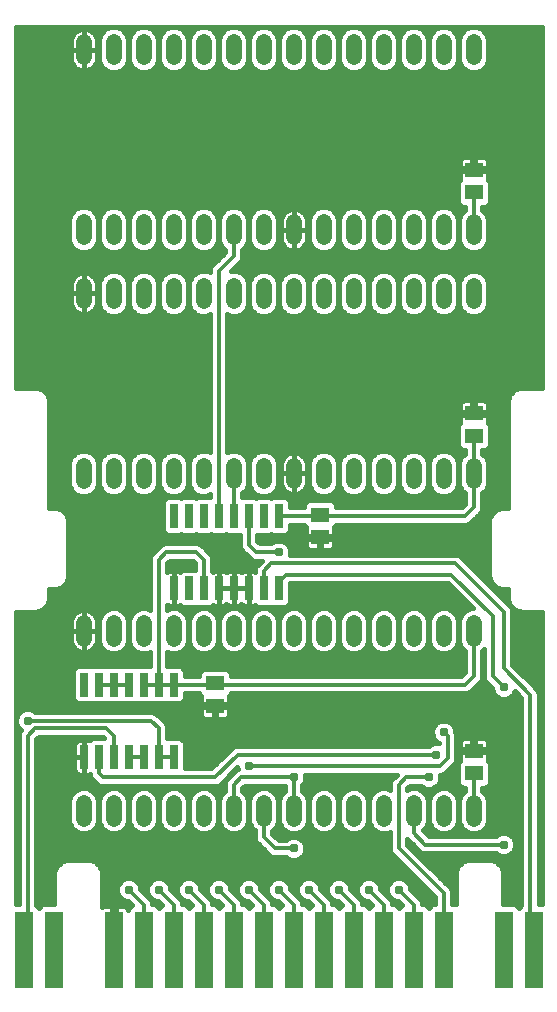
<source format=gbl>
G75*
%MOIN*%
%OFA0B0*%
%FSLAX24Y24*%
%IPPOS*%
%LPD*%
%AMOC8*
5,1,8,0,0,1.08239X$1,22.5*
%
%ADD10R,0.0600X0.2550*%
%ADD11C,0.0520*%
%ADD12R,0.0591X0.0512*%
%ADD13R,0.0260X0.0800*%
%ADD14C,0.0160*%
%ADD15C,0.0310*%
%ADD16C,0.0120*%
D10*
X000930Y003800D03*
X001930Y003800D03*
X003930Y003800D03*
X004930Y003800D03*
X005930Y003800D03*
X006930Y003800D03*
X007930Y003800D03*
X008930Y003800D03*
X009930Y003800D03*
X010930Y003800D03*
X011930Y003800D03*
X012930Y003800D03*
X013930Y003800D03*
X014930Y003800D03*
X016930Y003800D03*
X017930Y003800D03*
D11*
X015930Y008165D02*
X015930Y008685D01*
X014930Y008685D02*
X014930Y008165D01*
X013930Y008165D02*
X013930Y008685D01*
X012930Y008685D02*
X012930Y008165D01*
X011930Y008165D02*
X011930Y008685D01*
X010930Y008685D02*
X010930Y008165D01*
X009930Y008165D02*
X009930Y008685D01*
X008930Y008685D02*
X008930Y008165D01*
X007930Y008165D02*
X007930Y008685D01*
X006930Y008685D02*
X006930Y008165D01*
X005930Y008165D02*
X005930Y008685D01*
X004930Y008685D02*
X004930Y008165D01*
X003930Y008165D02*
X003930Y008685D01*
X002930Y008685D02*
X002930Y008165D01*
X002930Y014165D02*
X002930Y014685D01*
X003930Y014685D02*
X003930Y014165D01*
X004930Y014165D02*
X004930Y014685D01*
X005930Y014685D02*
X005930Y014165D01*
X006930Y014165D02*
X006930Y014685D01*
X007930Y014685D02*
X007930Y014165D01*
X008930Y014165D02*
X008930Y014685D01*
X009930Y014685D02*
X009930Y014165D01*
X010930Y014165D02*
X010930Y014685D01*
X011930Y014685D02*
X011930Y014165D01*
X012930Y014165D02*
X012930Y014685D01*
X013930Y014685D02*
X013930Y014165D01*
X014930Y014165D02*
X014930Y014685D01*
X015930Y014685D02*
X015930Y014165D01*
X015930Y019415D02*
X015930Y019935D01*
X014930Y019935D02*
X014930Y019415D01*
X013930Y019415D02*
X013930Y019935D01*
X012930Y019935D02*
X012930Y019415D01*
X011930Y019415D02*
X011930Y019935D01*
X010930Y019935D02*
X010930Y019415D01*
X009930Y019415D02*
X009930Y019935D01*
X008930Y019935D02*
X008930Y019415D01*
X007930Y019415D02*
X007930Y019935D01*
X006930Y019935D02*
X006930Y019415D01*
X005930Y019415D02*
X005930Y019935D01*
X004930Y019935D02*
X004930Y019415D01*
X003930Y019415D02*
X003930Y019935D01*
X002930Y019935D02*
X002930Y019415D01*
X002930Y025415D02*
X002930Y025935D01*
X003930Y025935D02*
X003930Y025415D01*
X004930Y025415D02*
X004930Y025935D01*
X004930Y027540D02*
X004930Y028060D01*
X003930Y028060D02*
X003930Y027540D01*
X002930Y027540D02*
X002930Y028060D01*
X005930Y028060D02*
X005930Y027540D01*
X006930Y027540D02*
X006930Y028060D01*
X007930Y028060D02*
X007930Y027540D01*
X007930Y025935D02*
X007930Y025415D01*
X006930Y025415D02*
X006930Y025935D01*
X005930Y025935D02*
X005930Y025415D01*
X008930Y025415D02*
X008930Y025935D01*
X009930Y025935D02*
X009930Y025415D01*
X010930Y025415D02*
X010930Y025935D01*
X011930Y025935D02*
X011930Y025415D01*
X012930Y025415D02*
X012930Y025935D01*
X013930Y025935D02*
X013930Y025415D01*
X014930Y025415D02*
X014930Y025935D01*
X015930Y025935D02*
X015930Y025415D01*
X015930Y027540D02*
X015930Y028060D01*
X014930Y028060D02*
X014930Y027540D01*
X013930Y027540D02*
X013930Y028060D01*
X012930Y028060D02*
X012930Y027540D01*
X011930Y027540D02*
X011930Y028060D01*
X010930Y028060D02*
X010930Y027540D01*
X009930Y027540D02*
X009930Y028060D01*
X008930Y028060D02*
X008930Y027540D01*
X008930Y033540D02*
X008930Y034060D01*
X009930Y034060D02*
X009930Y033540D01*
X010930Y033540D02*
X010930Y034060D01*
X011930Y034060D02*
X011930Y033540D01*
X012930Y033540D02*
X012930Y034060D01*
X013930Y034060D02*
X013930Y033540D01*
X014930Y033540D02*
X014930Y034060D01*
X015930Y034060D02*
X015930Y033540D01*
X007930Y033540D02*
X007930Y034060D01*
X006930Y034060D02*
X006930Y033540D01*
X005930Y033540D02*
X005930Y034060D01*
X004930Y034060D02*
X004930Y033540D01*
X003930Y033540D02*
X003930Y034060D01*
X002930Y034060D02*
X002930Y033540D01*
D12*
X010805Y018299D03*
X010805Y017551D03*
X007305Y012674D03*
X007305Y011926D03*
X015930Y010424D03*
X015930Y009676D03*
X015930Y020926D03*
X015930Y021674D03*
X015930Y029051D03*
X015930Y029799D03*
D13*
X009430Y018260D03*
X008930Y018260D03*
X008430Y018260D03*
X007930Y018260D03*
X007430Y018260D03*
X006930Y018260D03*
X006430Y018260D03*
X005930Y018260D03*
X005930Y015840D03*
X006430Y015840D03*
X006930Y015840D03*
X007430Y015840D03*
X007930Y015840D03*
X008430Y015840D03*
X008930Y015840D03*
X009430Y015840D03*
X005930Y012635D03*
X005430Y012635D03*
X004930Y012635D03*
X004430Y012635D03*
X003930Y012635D03*
X003430Y012635D03*
X002930Y012635D03*
X002930Y010215D03*
X003430Y010215D03*
X003930Y010215D03*
X004430Y010215D03*
X004930Y010215D03*
X005430Y010215D03*
X005930Y010215D03*
D14*
X006290Y010158D02*
X007503Y010158D01*
X007661Y010317D02*
X006290Y010317D01*
X006290Y010475D02*
X007820Y010475D01*
X007809Y010464D02*
X007185Y009840D01*
X006290Y009840D01*
X006290Y010710D01*
X006155Y010845D01*
X005720Y010845D01*
X005720Y011233D01*
X005676Y011339D01*
X005426Y011589D01*
X005344Y011671D01*
X005238Y011715D01*
X001309Y011715D01*
X001273Y011751D01*
X001132Y011810D01*
X000978Y011810D01*
X000837Y011751D01*
X000729Y011643D01*
X000670Y011502D01*
X000670Y011348D01*
X000729Y011207D01*
X000828Y011108D01*
X000809Y011089D01*
X000765Y010983D01*
X000765Y005305D01*
X000660Y005305D01*
X000660Y015070D01*
X001400Y015070D01*
X001577Y015143D01*
X001712Y015278D01*
X001785Y015455D01*
X001785Y015820D01*
X002025Y015820D01*
X002202Y015893D01*
X002337Y016028D01*
X002410Y016205D01*
X002410Y018145D01*
X002337Y018322D01*
X002202Y018457D01*
X002025Y018530D01*
X001785Y018530D01*
X001785Y022145D01*
X001712Y022322D01*
X001577Y022457D01*
X001400Y022530D01*
X000660Y022530D01*
X000660Y034570D01*
X018200Y034570D01*
X018200Y022530D01*
X017460Y022530D01*
X017283Y022457D01*
X017148Y022322D01*
X017075Y022145D01*
X017075Y018530D01*
X016835Y018530D01*
X016658Y018457D01*
X016523Y018322D01*
X016450Y018145D01*
X016450Y016205D01*
X016523Y016028D01*
X016658Y015893D01*
X016835Y015820D01*
X017075Y015820D01*
X017075Y015455D01*
X017148Y015278D01*
X017283Y015143D01*
X017460Y015070D01*
X018200Y015070D01*
X018200Y005305D01*
X018095Y005305D01*
X018095Y012358D01*
X018051Y012464D01*
X017969Y012546D01*
X017220Y013295D01*
X017220Y015108D01*
X017176Y015214D01*
X017094Y015296D01*
X015469Y016921D01*
X015363Y016965D01*
X009812Y016965D01*
X009815Y016973D01*
X009815Y017127D01*
X009756Y017268D01*
X009648Y017376D01*
X009507Y017435D01*
X009353Y017435D01*
X009212Y017376D01*
X009176Y017340D01*
X008800Y017340D01*
X008720Y017420D01*
X008720Y017630D01*
X009155Y017630D01*
X009180Y017655D01*
X009205Y017630D01*
X009655Y017630D01*
X009790Y017765D01*
X009790Y017970D01*
X010280Y017970D01*
X010280Y017948D01*
X010345Y017882D01*
X010342Y017876D01*
X010330Y017831D01*
X010330Y017599D01*
X010757Y017599D01*
X010757Y017503D01*
X010330Y017503D01*
X010330Y017271D01*
X010342Y017226D01*
X010366Y017185D01*
X010399Y017151D01*
X010440Y017127D01*
X010486Y017115D01*
X010757Y017115D01*
X010757Y017503D01*
X010853Y017503D01*
X010853Y017599D01*
X011280Y017599D01*
X011280Y017831D01*
X011268Y017876D01*
X011265Y017882D01*
X011330Y017948D01*
X011330Y017970D01*
X015698Y017970D01*
X015804Y018014D01*
X016094Y018304D01*
X016176Y018386D01*
X016220Y018492D01*
X016220Y019012D01*
X016345Y019137D01*
X016420Y019318D01*
X016420Y020032D01*
X016345Y020213D01*
X016220Y020338D01*
X016220Y020440D01*
X016321Y020440D01*
X016455Y020575D01*
X016455Y021277D01*
X016390Y021343D01*
X016393Y021349D01*
X016405Y021394D01*
X016405Y021626D01*
X015978Y021626D01*
X015978Y021722D01*
X016405Y021722D01*
X016405Y021954D01*
X016393Y021999D01*
X016369Y022040D01*
X016336Y022074D01*
X016295Y022098D01*
X016249Y022110D01*
X015978Y022110D01*
X015978Y021722D01*
X015882Y021722D01*
X015882Y021626D01*
X015455Y021626D01*
X015455Y021394D01*
X015467Y021349D01*
X015470Y021343D01*
X015405Y021277D01*
X015405Y020575D01*
X015539Y020440D01*
X015640Y020440D01*
X015640Y020338D01*
X015515Y020213D01*
X015440Y020032D01*
X015440Y019318D01*
X015515Y019137D01*
X015640Y019012D01*
X015640Y018670D01*
X015520Y018550D01*
X011330Y018550D01*
X011330Y018650D01*
X011196Y018785D01*
X010414Y018785D01*
X010280Y018650D01*
X010280Y018550D01*
X009790Y018550D01*
X009790Y018755D01*
X009655Y018890D01*
X009205Y018890D01*
X009180Y018865D01*
X009155Y018890D01*
X008705Y018890D01*
X008680Y018865D01*
X008655Y018890D01*
X008220Y018890D01*
X008220Y019012D01*
X008345Y019137D01*
X008420Y019318D01*
X008420Y020032D01*
X008345Y020213D01*
X008208Y020350D01*
X008027Y020425D01*
X007833Y020425D01*
X007720Y020378D01*
X007720Y024972D01*
X007833Y024925D01*
X008027Y024925D01*
X008208Y025000D01*
X008345Y025137D01*
X008420Y025318D01*
X008420Y026032D01*
X008345Y026213D01*
X008208Y026350D01*
X008027Y026425D01*
X007840Y026425D01*
X008094Y026679D01*
X008176Y026761D01*
X008220Y026867D01*
X008220Y027137D01*
X008345Y027262D01*
X008420Y027443D01*
X008420Y028157D01*
X008345Y028338D01*
X008208Y028475D01*
X008027Y028550D01*
X007833Y028550D01*
X007652Y028475D01*
X007515Y028338D01*
X007440Y028157D01*
X007440Y027443D01*
X007515Y027262D01*
X007640Y027137D01*
X007640Y027045D01*
X007184Y026589D01*
X007140Y026483D01*
X007140Y026378D01*
X007027Y026425D01*
X006833Y026425D01*
X006652Y026350D01*
X006515Y026213D01*
X006440Y026032D01*
X006440Y025318D01*
X006515Y025137D01*
X006652Y025000D01*
X006833Y024925D01*
X007027Y024925D01*
X007140Y024972D01*
X007140Y020378D01*
X007027Y020425D01*
X006833Y020425D01*
X006652Y020350D01*
X006515Y020213D01*
X006440Y020032D01*
X006440Y019318D01*
X006515Y019137D01*
X006652Y019000D01*
X006833Y018925D01*
X007027Y018925D01*
X007140Y018972D01*
X007140Y018890D01*
X006705Y018890D01*
X006680Y018865D01*
X006655Y018890D01*
X006205Y018890D01*
X006180Y018865D01*
X006155Y018890D01*
X005705Y018890D01*
X005570Y018755D01*
X005570Y017765D01*
X005705Y017630D01*
X006155Y017630D01*
X006180Y017655D01*
X006205Y017630D01*
X006655Y017630D01*
X006680Y017655D01*
X006705Y017630D01*
X007155Y017630D01*
X007180Y017655D01*
X007205Y017630D01*
X007655Y017630D01*
X007680Y017655D01*
X007705Y017630D01*
X008140Y017630D01*
X008140Y017242D01*
X008184Y017136D01*
X008434Y016886D01*
X008516Y016804D01*
X008622Y016760D01*
X008855Y016760D01*
X008766Y016671D01*
X008684Y016589D01*
X008640Y016483D01*
X008640Y016405D01*
X008638Y016403D01*
X008629Y016408D01*
X008584Y016420D01*
X008430Y016420D01*
X008430Y015840D01*
X008430Y015840D01*
X008430Y016420D01*
X008276Y016420D01*
X008231Y016408D01*
X008189Y016384D01*
X008180Y016375D01*
X008171Y016384D01*
X008129Y016408D01*
X008084Y016420D01*
X007930Y016420D01*
X007930Y015840D01*
X007930Y015840D01*
X008240Y015840D01*
X008430Y015840D01*
X008430Y015260D01*
X008584Y015260D01*
X008629Y015272D01*
X008638Y015277D01*
X008705Y015210D01*
X009155Y015210D01*
X009180Y015235D01*
X009205Y015210D01*
X009655Y015210D01*
X009790Y015345D01*
X009790Y016000D01*
X009800Y016010D01*
X015060Y016010D01*
X015895Y015175D01*
X015833Y015175D01*
X015652Y015100D01*
X015515Y014963D01*
X015440Y014782D01*
X015440Y014068D01*
X015515Y013887D01*
X015640Y013762D01*
X015640Y013045D01*
X015520Y012925D01*
X007830Y012925D01*
X007830Y013025D01*
X007696Y013160D01*
X006914Y013160D01*
X006780Y013025D01*
X006780Y012925D01*
X006290Y012925D01*
X006290Y013130D01*
X006155Y013265D01*
X005720Y013265D01*
X005720Y013722D01*
X005833Y013675D01*
X006027Y013675D01*
X006208Y013750D01*
X006345Y013887D01*
X006420Y014068D01*
X006420Y014782D01*
X006345Y014963D01*
X006208Y015100D01*
X006027Y015175D01*
X005833Y015175D01*
X005720Y015128D01*
X005720Y015278D01*
X005731Y015272D01*
X005776Y015260D01*
X005930Y015260D01*
X006084Y015260D01*
X006129Y015272D01*
X006138Y015277D01*
X006205Y015210D01*
X006655Y015210D01*
X006680Y015235D01*
X006705Y015210D01*
X007155Y015210D01*
X007222Y015277D01*
X007231Y015272D01*
X007276Y015260D01*
X007430Y015260D01*
X007584Y015260D01*
X007629Y015272D01*
X007671Y015296D01*
X007680Y015305D01*
X007689Y015296D01*
X007731Y015272D01*
X007776Y015260D01*
X007930Y015260D01*
X008084Y015260D01*
X008129Y015272D01*
X008171Y015296D01*
X008180Y015305D01*
X008189Y015296D01*
X008231Y015272D01*
X008276Y015260D01*
X008430Y015260D01*
X008430Y015840D01*
X008430Y015840D01*
X008430Y015840D01*
X007930Y015840D01*
X007930Y015840D01*
X007930Y016420D01*
X007776Y016420D01*
X007731Y016408D01*
X007689Y016384D01*
X007680Y016375D01*
X007671Y016384D01*
X007629Y016408D01*
X007584Y016420D01*
X007430Y016420D01*
X007430Y015840D01*
X007430Y015840D01*
X007740Y015840D01*
X007930Y015840D01*
X007930Y015260D01*
X007930Y015840D01*
X007930Y015840D01*
X007930Y015840D01*
X007430Y015840D01*
X007430Y015840D01*
X007430Y016420D01*
X007276Y016420D01*
X007231Y016408D01*
X007222Y016403D01*
X007220Y016405D01*
X007220Y016858D01*
X007176Y016964D01*
X006926Y017214D01*
X006844Y017296D01*
X006738Y017340D01*
X005622Y017340D01*
X005516Y017296D01*
X005266Y017046D01*
X005184Y016964D01*
X005140Y016858D01*
X005140Y015128D01*
X005027Y015175D01*
X004833Y015175D01*
X004652Y015100D01*
X004515Y014963D01*
X004440Y014782D01*
X004440Y014068D01*
X004515Y013887D01*
X004652Y013750D01*
X004833Y013675D01*
X005027Y013675D01*
X005140Y013722D01*
X005140Y013265D01*
X004705Y013265D01*
X004680Y013240D01*
X004655Y013265D01*
X004205Y013265D01*
X004180Y013240D01*
X004155Y013265D01*
X003705Y013265D01*
X003680Y013240D01*
X003655Y013265D01*
X003205Y013265D01*
X003180Y013240D01*
X003155Y013265D01*
X002705Y013265D01*
X002570Y013130D01*
X002570Y012140D01*
X002705Y012005D01*
X003155Y012005D01*
X003180Y012030D01*
X003205Y012005D01*
X003655Y012005D01*
X003680Y012030D01*
X003705Y012005D01*
X004155Y012005D01*
X004180Y012030D01*
X004205Y012005D01*
X004655Y012005D01*
X004680Y012030D01*
X004705Y012005D01*
X005155Y012005D01*
X005180Y012030D01*
X005205Y012005D01*
X005655Y012005D01*
X005680Y012030D01*
X005705Y012005D01*
X006155Y012005D01*
X006290Y012140D01*
X006290Y012345D01*
X006780Y012345D01*
X006780Y012323D01*
X006845Y012257D01*
X006842Y012251D01*
X006830Y012206D01*
X006830Y011974D01*
X007257Y011974D01*
X007257Y011878D01*
X006830Y011878D01*
X006830Y011646D01*
X006842Y011601D01*
X006866Y011560D01*
X006899Y011526D01*
X006940Y011502D01*
X006986Y011490D01*
X007257Y011490D01*
X007257Y011878D01*
X007353Y011878D01*
X007353Y011974D01*
X007780Y011974D01*
X007780Y012206D01*
X007768Y012251D01*
X007765Y012257D01*
X007830Y012323D01*
X007830Y012345D01*
X015698Y012345D01*
X015804Y012389D01*
X016094Y012679D01*
X016176Y012761D01*
X016220Y012867D01*
X016220Y013762D01*
X016265Y013807D01*
X016265Y012867D01*
X016309Y012761D01*
X016545Y012525D01*
X016545Y012473D01*
X016604Y012332D01*
X016712Y012224D01*
X016853Y012165D01*
X017007Y012165D01*
X017148Y012224D01*
X017256Y012332D01*
X017288Y012407D01*
X017515Y012180D01*
X017515Y005285D01*
X017430Y005200D01*
X017325Y005305D01*
X016910Y005305D01*
X016910Y006395D01*
X016837Y006572D01*
X016702Y006707D01*
X016525Y006780D01*
X015710Y006780D01*
X015533Y006707D01*
X015398Y006572D01*
X015325Y006395D01*
X015325Y005305D01*
X015220Y005305D01*
X015220Y005733D01*
X015176Y005839D01*
X013720Y007295D01*
X013720Y007475D01*
X013766Y007429D01*
X014141Y007054D01*
X014247Y007010D01*
X016676Y007010D01*
X016712Y006974D01*
X016853Y006915D01*
X017007Y006915D01*
X017148Y006974D01*
X017256Y007082D01*
X017315Y007223D01*
X017315Y007377D01*
X017256Y007518D01*
X017148Y007626D01*
X017007Y007685D01*
X016853Y007685D01*
X016712Y007626D01*
X016676Y007590D01*
X014425Y007590D01*
X014237Y007779D01*
X014345Y007887D01*
X014420Y008068D01*
X014420Y008782D01*
X014345Y008963D01*
X014208Y009100D01*
X014027Y009175D01*
X013833Y009175D01*
X013720Y009128D01*
X013720Y009180D01*
X013800Y009260D01*
X014176Y009260D01*
X014212Y009224D01*
X014353Y009165D01*
X014507Y009165D01*
X014648Y009224D01*
X014756Y009332D01*
X014815Y009473D01*
X014815Y009627D01*
X014812Y009635D01*
X014863Y009635D01*
X014969Y009679D01*
X015219Y009929D01*
X015219Y009929D01*
X015301Y010011D01*
X015345Y010117D01*
X015345Y010983D01*
X015315Y011055D01*
X015315Y011127D01*
X015256Y011268D01*
X015148Y011376D01*
X015007Y011435D01*
X014853Y011435D01*
X014712Y011376D01*
X014604Y011268D01*
X014545Y011127D01*
X014545Y010973D01*
X014604Y010832D01*
X014712Y010724D01*
X014765Y010702D01*
X014765Y010682D01*
X014757Y010685D01*
X014603Y010685D01*
X014462Y010626D01*
X014426Y010590D01*
X007997Y010590D01*
X007891Y010546D01*
X007809Y010464D01*
X008045Y009880D02*
X008045Y009848D01*
X008059Y009814D01*
X008016Y009796D01*
X007934Y009714D01*
X007684Y009464D01*
X007640Y009358D01*
X007640Y009088D01*
X007515Y008963D01*
X007440Y008782D01*
X007440Y008068D01*
X007515Y007887D01*
X007652Y007750D01*
X007833Y007675D01*
X008027Y007675D01*
X008208Y007750D01*
X008345Y007887D01*
X008420Y008068D01*
X008420Y008782D01*
X008345Y008963D01*
X008220Y009088D01*
X008220Y009180D01*
X008300Y009260D01*
X009640Y009260D01*
X009640Y009088D01*
X009515Y008963D01*
X009440Y008782D01*
X009440Y008068D01*
X009515Y007887D01*
X009652Y007750D01*
X009833Y007675D01*
X010027Y007675D01*
X010208Y007750D01*
X010345Y007887D01*
X010420Y008068D01*
X010420Y008782D01*
X010345Y008963D01*
X010220Y009088D01*
X010220Y009296D01*
X010256Y009332D01*
X010315Y009473D01*
X010315Y009627D01*
X010312Y009635D01*
X013355Y009635D01*
X013184Y009464D01*
X013140Y009358D01*
X013140Y009128D01*
X013027Y009175D01*
X012833Y009175D01*
X012652Y009100D01*
X012515Y008963D01*
X012440Y008782D01*
X012440Y008068D01*
X012515Y007887D01*
X012652Y007750D01*
X012833Y007675D01*
X013027Y007675D01*
X013140Y007722D01*
X013140Y007117D01*
X013184Y007011D01*
X013266Y006929D01*
X014640Y005555D01*
X014640Y005305D01*
X014535Y005305D01*
X014430Y005200D01*
X014325Y005305D01*
X014220Y005305D01*
X014220Y005358D01*
X014176Y005464D01*
X013815Y005825D01*
X013815Y005877D01*
X013756Y006018D01*
X013648Y006126D01*
X013507Y006185D01*
X013353Y006185D01*
X013212Y006126D01*
X013104Y006018D01*
X013045Y005877D01*
X013045Y005723D01*
X013104Y005582D01*
X013212Y005474D01*
X013353Y005415D01*
X013405Y005415D01*
X013525Y005295D01*
X013430Y005200D01*
X013325Y005305D01*
X013220Y005305D01*
X013220Y005358D01*
X013176Y005464D01*
X012815Y005825D01*
X012815Y005877D01*
X012756Y006018D01*
X012648Y006126D01*
X012507Y006185D01*
X012353Y006185D01*
X012212Y006126D01*
X012104Y006018D01*
X012045Y005877D01*
X012045Y005723D01*
X012104Y005582D01*
X012212Y005474D01*
X012353Y005415D01*
X012405Y005415D01*
X012525Y005295D01*
X012430Y005200D01*
X012325Y005305D01*
X012220Y005305D01*
X012220Y005358D01*
X012176Y005464D01*
X011815Y005825D01*
X011815Y005877D01*
X011756Y006018D01*
X011648Y006126D01*
X011507Y006185D01*
X011353Y006185D01*
X011212Y006126D01*
X011104Y006018D01*
X011045Y005877D01*
X011045Y005723D01*
X011104Y005582D01*
X011212Y005474D01*
X011353Y005415D01*
X011405Y005415D01*
X011525Y005295D01*
X011430Y005200D01*
X011325Y005305D01*
X011220Y005305D01*
X011220Y005358D01*
X011176Y005464D01*
X010815Y005825D01*
X010815Y005877D01*
X010756Y006018D01*
X010648Y006126D01*
X010507Y006185D01*
X010353Y006185D01*
X010212Y006126D01*
X010104Y006018D01*
X010045Y005877D01*
X010045Y005723D01*
X010104Y005582D01*
X010212Y005474D01*
X010353Y005415D01*
X010405Y005415D01*
X010525Y005295D01*
X010430Y005200D01*
X010325Y005305D01*
X010220Y005305D01*
X010220Y005358D01*
X010176Y005464D01*
X009815Y005825D01*
X009815Y005877D01*
X009756Y006018D01*
X009648Y006126D01*
X009507Y006185D01*
X009353Y006185D01*
X009212Y006126D01*
X009104Y006018D01*
X009045Y005877D01*
X009045Y005723D01*
X009104Y005582D01*
X009212Y005474D01*
X009353Y005415D01*
X009405Y005415D01*
X009525Y005295D01*
X009430Y005200D01*
X009325Y005305D01*
X009220Y005305D01*
X009220Y005358D01*
X009176Y005464D01*
X008815Y005825D01*
X008815Y005877D01*
X008756Y006018D01*
X008648Y006126D01*
X008507Y006185D01*
X008353Y006185D01*
X008212Y006126D01*
X008104Y006018D01*
X008045Y005877D01*
X008045Y005723D01*
X008104Y005582D01*
X008212Y005474D01*
X008353Y005415D01*
X008405Y005415D01*
X008525Y005295D01*
X008430Y005200D01*
X008325Y005305D01*
X008220Y005305D01*
X008220Y005358D01*
X008176Y005464D01*
X007815Y005825D01*
X007815Y005877D01*
X007756Y006018D01*
X007648Y006126D01*
X007507Y006185D01*
X007353Y006185D01*
X007212Y006126D01*
X007104Y006018D01*
X007045Y005877D01*
X007045Y005723D01*
X007104Y005582D01*
X007212Y005474D01*
X007353Y005415D01*
X007405Y005415D01*
X007525Y005295D01*
X007430Y005200D01*
X007325Y005305D01*
X007220Y005305D01*
X007220Y005358D01*
X007176Y005464D01*
X006815Y005825D01*
X006815Y005877D01*
X006756Y006018D01*
X006648Y006126D01*
X006507Y006185D01*
X006353Y006185D01*
X006212Y006126D01*
X006104Y006018D01*
X006045Y005877D01*
X006045Y005723D01*
X006104Y005582D01*
X006212Y005474D01*
X006353Y005415D01*
X006405Y005415D01*
X006525Y005295D01*
X006430Y005200D01*
X006325Y005305D01*
X006220Y005305D01*
X006220Y005358D01*
X006176Y005464D01*
X005815Y005825D01*
X005815Y005877D01*
X005756Y006018D01*
X005648Y006126D01*
X005507Y006185D01*
X005353Y006185D01*
X005212Y006126D01*
X005104Y006018D01*
X005045Y005877D01*
X005045Y005723D01*
X005104Y005582D01*
X005212Y005474D01*
X005353Y005415D01*
X005405Y005415D01*
X005525Y005295D01*
X005430Y005200D01*
X005325Y005305D01*
X005220Y005305D01*
X005220Y005358D01*
X005176Y005464D01*
X004815Y005825D01*
X004815Y005877D01*
X004756Y006018D01*
X004648Y006126D01*
X004507Y006185D01*
X004353Y006185D01*
X004212Y006126D01*
X004104Y006018D01*
X004045Y005877D01*
X004045Y005723D01*
X004104Y005582D01*
X004212Y005474D01*
X004353Y005415D01*
X004405Y005415D01*
X004525Y005295D01*
X004400Y005170D01*
X004400Y005136D01*
X004398Y005144D01*
X004374Y005186D01*
X004341Y005219D01*
X004299Y005243D01*
X004254Y005255D01*
X004000Y005255D01*
X004000Y004800D01*
X003860Y004800D01*
X003860Y005255D01*
X003606Y005255D01*
X003561Y005243D01*
X003535Y005228D01*
X003535Y006395D01*
X003462Y006572D01*
X003327Y006707D01*
X003150Y006780D01*
X002335Y006780D01*
X002158Y006707D01*
X002023Y006572D01*
X001950Y006395D01*
X001950Y005305D01*
X001535Y005305D01*
X001430Y005200D01*
X001345Y005285D01*
X001345Y010805D01*
X001425Y010885D01*
X003560Y010885D01*
X003600Y010845D01*
X003205Y010845D01*
X003138Y010778D01*
X003129Y010783D01*
X003084Y010795D01*
X002930Y010795D01*
X002930Y010215D01*
X002930Y010215D01*
X002930Y009635D01*
X003084Y009635D01*
X003129Y009647D01*
X003138Y009652D01*
X003140Y009650D01*
X003140Y009617D01*
X003184Y009511D01*
X003309Y009386D01*
X003391Y009304D01*
X003497Y009260D01*
X007363Y009260D01*
X007469Y009304D01*
X008045Y009880D01*
X008048Y009841D02*
X008006Y009841D01*
X007902Y009683D02*
X007848Y009683D01*
X007744Y009524D02*
X007689Y009524D01*
X007643Y009366D02*
X007531Y009366D01*
X007640Y009207D02*
X001345Y009207D01*
X001345Y009049D02*
X002601Y009049D01*
X002652Y009100D02*
X002515Y008963D01*
X002440Y008782D01*
X002440Y008068D01*
X002515Y007887D01*
X002652Y007750D01*
X002833Y007675D01*
X003027Y007675D01*
X003208Y007750D01*
X003345Y007887D01*
X003420Y008068D01*
X003420Y008782D01*
X003345Y008963D01*
X003208Y009100D01*
X003027Y009175D01*
X002833Y009175D01*
X002652Y009100D01*
X002485Y008890D02*
X001345Y008890D01*
X001345Y008732D02*
X002440Y008732D01*
X002440Y008573D02*
X001345Y008573D01*
X001345Y008415D02*
X002440Y008415D01*
X002440Y008256D02*
X001345Y008256D01*
X001345Y008098D02*
X002440Y008098D01*
X002493Y007939D02*
X001345Y007939D01*
X001345Y007781D02*
X002622Y007781D01*
X003238Y007781D02*
X003622Y007781D01*
X003652Y007750D02*
X003833Y007675D01*
X004027Y007675D01*
X004208Y007750D01*
X004345Y007887D01*
X004420Y008068D01*
X004420Y008782D01*
X004345Y008963D01*
X004208Y009100D01*
X004027Y009175D01*
X003833Y009175D01*
X003652Y009100D01*
X003515Y008963D01*
X003440Y008782D01*
X003440Y008068D01*
X003515Y007887D01*
X003652Y007750D01*
X003493Y007939D02*
X003367Y007939D01*
X003420Y008098D02*
X003440Y008098D01*
X003440Y008256D02*
X003420Y008256D01*
X003420Y008415D02*
X003440Y008415D01*
X003440Y008573D02*
X003420Y008573D01*
X003420Y008732D02*
X003440Y008732D01*
X003485Y008890D02*
X003375Y008890D01*
X003259Y009049D02*
X003601Y009049D01*
X003329Y009366D02*
X001345Y009366D01*
X001345Y009524D02*
X003179Y009524D01*
X002930Y009635D02*
X002930Y010215D01*
X002930Y010215D01*
X002930Y010215D01*
X002620Y010215D01*
X002620Y010639D01*
X002632Y010684D01*
X002656Y010726D01*
X002689Y010759D01*
X002731Y010783D01*
X002776Y010795D01*
X002930Y010795D01*
X002930Y010215D01*
X002620Y010215D01*
X002620Y009791D01*
X002632Y009746D01*
X002656Y009704D01*
X002689Y009671D01*
X002731Y009647D01*
X002776Y009635D01*
X002930Y009635D01*
X002930Y009683D02*
X002930Y009683D01*
X002930Y009841D02*
X002930Y009841D01*
X002930Y010000D02*
X002930Y010000D01*
X002930Y010158D02*
X002930Y010158D01*
X002930Y010317D02*
X002930Y010317D01*
X002930Y010475D02*
X002930Y010475D01*
X002930Y010634D02*
X002930Y010634D01*
X002930Y010792D02*
X002930Y010792D01*
X002765Y010792D02*
X001345Y010792D01*
X001345Y010634D02*
X002620Y010634D01*
X002620Y010475D02*
X001345Y010475D01*
X001345Y010317D02*
X002620Y010317D01*
X002620Y010158D02*
X001345Y010158D01*
X001345Y010000D02*
X002620Y010000D01*
X002620Y009841D02*
X001345Y009841D01*
X001345Y009683D02*
X002678Y009683D01*
X003095Y010792D02*
X003152Y010792D01*
X002650Y012060D02*
X000660Y012060D01*
X000660Y011902D02*
X007257Y011902D01*
X007353Y011902D02*
X017515Y011902D01*
X017515Y012060D02*
X007780Y012060D01*
X007777Y012219D02*
X016724Y012219D01*
X016585Y012377D02*
X015775Y012377D01*
X015951Y012536D02*
X016534Y012536D01*
X016376Y012694D02*
X016109Y012694D01*
X016214Y012853D02*
X016271Y012853D01*
X016265Y013011D02*
X016220Y013011D01*
X016220Y013170D02*
X016265Y013170D01*
X016265Y013328D02*
X016220Y013328D01*
X016220Y013487D02*
X016265Y013487D01*
X016265Y013645D02*
X016220Y013645D01*
X016261Y013804D02*
X016265Y013804D01*
X015640Y013645D02*
X005720Y013645D01*
X005720Y013487D02*
X015640Y013487D01*
X015640Y013328D02*
X005720Y013328D01*
X006251Y013170D02*
X015640Y013170D01*
X015606Y013011D02*
X007830Y013011D01*
X007833Y013675D02*
X008027Y013675D01*
X008208Y013750D01*
X008345Y013887D01*
X008420Y014068D01*
X008420Y014782D01*
X008345Y014963D01*
X008208Y015100D01*
X008027Y015175D01*
X007833Y015175D01*
X007652Y015100D01*
X007515Y014963D01*
X007440Y014782D01*
X007440Y014068D01*
X007515Y013887D01*
X007652Y013750D01*
X007833Y013675D01*
X007599Y013804D02*
X007261Y013804D01*
X007208Y013750D02*
X007345Y013887D01*
X007420Y014068D01*
X007420Y014782D01*
X007345Y014963D01*
X007208Y015100D01*
X007027Y015175D01*
X006833Y015175D01*
X006652Y015100D01*
X006515Y014963D01*
X006440Y014782D01*
X006440Y014068D01*
X006515Y013887D01*
X006652Y013750D01*
X006833Y013675D01*
X007027Y013675D01*
X007208Y013750D01*
X007376Y013962D02*
X007484Y013962D01*
X007440Y014121D02*
X007420Y014121D01*
X007420Y014279D02*
X007440Y014279D01*
X007440Y014438D02*
X007420Y014438D01*
X007420Y014596D02*
X007440Y014596D01*
X007440Y014755D02*
X007420Y014755D01*
X007366Y014913D02*
X007494Y014913D01*
X007624Y015072D02*
X007236Y015072D01*
X007175Y015230D02*
X008685Y015230D01*
X008652Y015100D02*
X008515Y014963D01*
X008440Y014782D01*
X008440Y014068D01*
X008515Y013887D01*
X008652Y013750D01*
X008833Y013675D01*
X009027Y013675D01*
X009208Y013750D01*
X009345Y013887D01*
X009420Y014068D01*
X009420Y014782D01*
X009345Y014963D01*
X009208Y015100D01*
X009027Y015175D01*
X008833Y015175D01*
X008652Y015100D01*
X008624Y015072D02*
X008236Y015072D01*
X008366Y014913D02*
X008494Y014913D01*
X008440Y014755D02*
X008420Y014755D01*
X008420Y014596D02*
X008440Y014596D01*
X008440Y014438D02*
X008420Y014438D01*
X008420Y014279D02*
X008440Y014279D01*
X008440Y014121D02*
X008420Y014121D01*
X008376Y013962D02*
X008484Y013962D01*
X008599Y013804D02*
X008261Y013804D01*
X008430Y015389D02*
X008430Y015389D01*
X008430Y015547D02*
X008430Y015547D01*
X008430Y015706D02*
X008430Y015706D01*
X008430Y015864D02*
X008430Y015864D01*
X008430Y016023D02*
X008430Y016023D01*
X008430Y016181D02*
X008430Y016181D01*
X008430Y016340D02*
X008430Y016340D01*
X008646Y016498D02*
X007220Y016498D01*
X007220Y016657D02*
X008751Y016657D01*
X008505Y016815D02*
X007220Y016815D01*
X007167Y016974D02*
X008346Y016974D01*
X008188Y017132D02*
X007008Y017132D01*
X006850Y017291D02*
X008140Y017291D01*
X008140Y017449D02*
X002410Y017449D01*
X002410Y017291D02*
X005510Y017291D01*
X005352Y017132D02*
X002410Y017132D01*
X002410Y016974D02*
X005193Y016974D01*
X005140Y016815D02*
X002410Y016815D01*
X002410Y016657D02*
X005140Y016657D01*
X005140Y016498D02*
X002410Y016498D01*
X002410Y016340D02*
X005140Y016340D01*
X005140Y016181D02*
X002400Y016181D01*
X002331Y016023D02*
X005140Y016023D01*
X005140Y015864D02*
X002132Y015864D01*
X001785Y015706D02*
X005140Y015706D01*
X005140Y015547D02*
X001785Y015547D01*
X001758Y015389D02*
X005140Y015389D01*
X005140Y015230D02*
X001664Y015230D01*
X001404Y015072D02*
X002719Y015072D01*
X002699Y015061D02*
X002643Y015021D01*
X002594Y014972D01*
X002554Y014916D01*
X002522Y014854D01*
X002501Y014788D01*
X002490Y014720D01*
X002490Y014425D01*
X002930Y014425D01*
X002930Y014425D01*
X002930Y015125D01*
X002965Y015125D01*
X003033Y015114D01*
X003099Y015093D01*
X003161Y015061D01*
X003217Y015021D01*
X003266Y014972D01*
X003306Y014916D01*
X003338Y014854D01*
X003359Y014788D01*
X003370Y014720D01*
X003370Y014425D01*
X002930Y014425D01*
X002930Y014425D01*
X002930Y014425D01*
X002930Y015125D01*
X002895Y015125D01*
X002827Y015114D01*
X002761Y015093D01*
X002699Y015061D01*
X002552Y014913D02*
X000660Y014913D01*
X000660Y014755D02*
X002496Y014755D01*
X002490Y014596D02*
X000660Y014596D01*
X000660Y014438D02*
X002490Y014438D01*
X002490Y014425D02*
X002490Y014130D01*
X002501Y014062D01*
X002522Y013996D01*
X002554Y013934D01*
X002594Y013878D01*
X002643Y013829D01*
X002699Y013789D01*
X002761Y013757D01*
X002827Y013736D01*
X002895Y013725D01*
X002930Y013725D01*
X002965Y013725D01*
X003033Y013736D01*
X003099Y013757D01*
X003161Y013789D01*
X003217Y013829D01*
X003266Y013878D01*
X003306Y013934D01*
X003338Y013996D01*
X003359Y014062D01*
X003370Y014130D01*
X003370Y014425D01*
X002930Y014425D01*
X002930Y013725D01*
X002930Y014425D01*
X002930Y014425D01*
X002490Y014425D01*
X002490Y014279D02*
X000660Y014279D01*
X000660Y014121D02*
X002492Y014121D01*
X002540Y013962D02*
X000660Y013962D01*
X000660Y013804D02*
X002679Y013804D01*
X002930Y013804D02*
X002930Y013804D01*
X002930Y013962D02*
X002930Y013962D01*
X002930Y014121D02*
X002930Y014121D01*
X002930Y014279D02*
X002930Y014279D01*
X002930Y014438D02*
X002930Y014438D01*
X002930Y014596D02*
X002930Y014596D01*
X002930Y014755D02*
X002930Y014755D01*
X002930Y014913D02*
X002930Y014913D01*
X002930Y015072D02*
X002930Y015072D01*
X003141Y015072D02*
X003624Y015072D01*
X003652Y015100D02*
X003515Y014963D01*
X003440Y014782D01*
X003440Y014068D01*
X003515Y013887D01*
X003652Y013750D01*
X003833Y013675D01*
X004027Y013675D01*
X004208Y013750D01*
X004345Y013887D01*
X004420Y014068D01*
X004420Y014782D01*
X004345Y014963D01*
X004208Y015100D01*
X004027Y015175D01*
X003833Y015175D01*
X003652Y015100D01*
X003494Y014913D02*
X003308Y014913D01*
X003364Y014755D02*
X003440Y014755D01*
X003440Y014596D02*
X003370Y014596D01*
X003370Y014438D02*
X003440Y014438D01*
X003440Y014279D02*
X003370Y014279D01*
X003368Y014121D02*
X003440Y014121D01*
X003484Y013962D02*
X003320Y013962D01*
X003181Y013804D02*
X003599Y013804D01*
X004261Y013804D02*
X004599Y013804D01*
X004484Y013962D02*
X004376Y013962D01*
X004420Y014121D02*
X004440Y014121D01*
X004440Y014279D02*
X004420Y014279D01*
X004420Y014438D02*
X004440Y014438D01*
X004440Y014596D02*
X004420Y014596D01*
X004420Y014755D02*
X004440Y014755D01*
X004494Y014913D02*
X004366Y014913D01*
X004236Y015072D02*
X004624Y015072D01*
X005140Y013645D02*
X000660Y013645D01*
X000660Y013487D02*
X005140Y013487D01*
X005140Y013328D02*
X000660Y013328D01*
X000660Y013170D02*
X002609Y013170D01*
X002570Y013011D02*
X000660Y013011D01*
X000660Y012853D02*
X002570Y012853D01*
X002570Y012694D02*
X000660Y012694D01*
X000660Y012536D02*
X002570Y012536D01*
X002570Y012377D02*
X000660Y012377D01*
X000660Y012219D02*
X002570Y012219D01*
X001281Y011743D02*
X006830Y011743D01*
X006851Y011585D02*
X005431Y011585D01*
X005589Y011426D02*
X014832Y011426D01*
X015028Y011426D02*
X017515Y011426D01*
X017515Y011268D02*
X015257Y011268D01*
X015315Y011109D02*
X017515Y011109D01*
X017515Y010951D02*
X015345Y010951D01*
X015345Y010792D02*
X015492Y010792D01*
X015491Y010790D02*
X015467Y010749D01*
X015455Y010704D01*
X015455Y010472D01*
X015882Y010472D01*
X015882Y010376D01*
X015455Y010376D01*
X015455Y010144D01*
X015467Y010099D01*
X015470Y010093D01*
X015405Y010027D01*
X015405Y009325D01*
X015539Y009190D01*
X015640Y009190D01*
X015640Y009088D01*
X015515Y008963D01*
X015440Y008782D01*
X015440Y008068D01*
X015515Y007887D01*
X015652Y007750D01*
X015833Y007675D01*
X016027Y007675D01*
X016208Y007750D01*
X016345Y007887D01*
X016420Y008068D01*
X016420Y008782D01*
X016345Y008963D01*
X016220Y009088D01*
X016220Y009190D01*
X016321Y009190D01*
X016455Y009325D01*
X016455Y010027D01*
X016390Y010093D01*
X016393Y010099D01*
X016405Y010144D01*
X016405Y010376D01*
X015978Y010376D01*
X015978Y010472D01*
X016405Y010472D01*
X016405Y010704D01*
X016393Y010749D01*
X016369Y010790D01*
X016336Y010824D01*
X016295Y010848D01*
X016249Y010860D01*
X015978Y010860D01*
X015978Y010472D01*
X015882Y010472D01*
X015882Y010860D01*
X015611Y010860D01*
X015565Y010848D01*
X015524Y010824D01*
X015491Y010790D01*
X015455Y010634D02*
X015345Y010634D01*
X015345Y010475D02*
X015455Y010475D01*
X015455Y010317D02*
X015345Y010317D01*
X015345Y010158D02*
X015455Y010158D01*
X015405Y010000D02*
X015290Y010000D01*
X015405Y009841D02*
X015131Y009841D01*
X014973Y009683D02*
X015405Y009683D01*
X015405Y009524D02*
X014815Y009524D01*
X014770Y009366D02*
X015405Y009366D01*
X015523Y009207D02*
X014608Y009207D01*
X014652Y009100D02*
X014515Y008963D01*
X014440Y008782D01*
X014440Y008068D01*
X014515Y007887D01*
X014652Y007750D01*
X014833Y007675D01*
X015027Y007675D01*
X015208Y007750D01*
X015345Y007887D01*
X015420Y008068D01*
X015420Y008782D01*
X015345Y008963D01*
X015208Y009100D01*
X015027Y009175D01*
X014833Y009175D01*
X014652Y009100D01*
X014601Y009049D02*
X014259Y009049D01*
X014252Y009207D02*
X013747Y009207D01*
X013244Y009524D02*
X010315Y009524D01*
X010270Y009366D02*
X013143Y009366D01*
X013140Y009207D02*
X010220Y009207D01*
X010259Y009049D02*
X010601Y009049D01*
X010652Y009100D02*
X010515Y008963D01*
X010440Y008782D01*
X010440Y008068D01*
X010515Y007887D01*
X010652Y007750D01*
X010833Y007675D01*
X011027Y007675D01*
X011208Y007750D01*
X011345Y007887D01*
X011420Y008068D01*
X011420Y008782D01*
X011345Y008963D01*
X011208Y009100D01*
X011027Y009175D01*
X010833Y009175D01*
X010652Y009100D01*
X010485Y008890D02*
X010375Y008890D01*
X010420Y008732D02*
X010440Y008732D01*
X010440Y008573D02*
X010420Y008573D01*
X010420Y008415D02*
X010440Y008415D01*
X010440Y008256D02*
X010420Y008256D01*
X010420Y008098D02*
X010440Y008098D01*
X010493Y007939D02*
X010367Y007939D01*
X010238Y007781D02*
X010622Y007781D01*
X010256Y007393D02*
X010148Y007501D01*
X010007Y007560D01*
X009853Y007560D01*
X009712Y007501D01*
X009676Y007465D01*
X009425Y007465D01*
X009220Y007670D01*
X009220Y007762D01*
X009345Y007887D01*
X009420Y008068D01*
X009420Y008782D01*
X009345Y008963D01*
X009208Y009100D01*
X009027Y009175D01*
X008833Y009175D01*
X008652Y009100D01*
X008515Y008963D01*
X008440Y008782D01*
X008440Y008068D01*
X008515Y007887D01*
X008640Y007762D01*
X008640Y007492D01*
X008684Y007386D01*
X008766Y007304D01*
X009141Y006929D01*
X009247Y006885D01*
X009676Y006885D01*
X009712Y006849D01*
X009853Y006790D01*
X010007Y006790D01*
X010148Y006849D01*
X010256Y006957D01*
X010315Y007098D01*
X010315Y007252D01*
X010256Y007393D01*
X010293Y007305D02*
X013140Y007305D01*
X013140Y007147D02*
X010315Y007147D01*
X010269Y006988D02*
X013207Y006988D01*
X013365Y006830D02*
X010102Y006830D01*
X009758Y006830D02*
X001345Y006830D01*
X001345Y006988D02*
X009082Y006988D01*
X008923Y007147D02*
X001345Y007147D01*
X001345Y007305D02*
X008765Y007305D01*
X008652Y007464D02*
X001345Y007464D01*
X001345Y007622D02*
X008640Y007622D01*
X008622Y007781D02*
X008238Y007781D01*
X008367Y007939D02*
X008493Y007939D01*
X008440Y008098D02*
X008420Y008098D01*
X008420Y008256D02*
X008440Y008256D01*
X008440Y008415D02*
X008420Y008415D01*
X008420Y008573D02*
X008440Y008573D01*
X008440Y008732D02*
X008420Y008732D01*
X008375Y008890D02*
X008485Y008890D01*
X008601Y009049D02*
X008259Y009049D01*
X008247Y009207D02*
X009640Y009207D01*
X009601Y009049D02*
X009259Y009049D01*
X009375Y008890D02*
X009485Y008890D01*
X009440Y008732D02*
X009420Y008732D01*
X009420Y008573D02*
X009440Y008573D01*
X009440Y008415D02*
X009420Y008415D01*
X009420Y008256D02*
X009440Y008256D01*
X009440Y008098D02*
X009420Y008098D01*
X009367Y007939D02*
X009493Y007939D01*
X009622Y007781D02*
X009238Y007781D01*
X009268Y007622D02*
X013140Y007622D01*
X013140Y007464D02*
X010186Y007464D01*
X010123Y006037D02*
X009737Y006037D01*
X009814Y005879D02*
X010046Y005879D01*
X010046Y005720D02*
X009920Y005720D01*
X010079Y005562D02*
X010124Y005562D01*
X010201Y005403D02*
X010417Y005403D01*
X010386Y005245D02*
X010474Y005245D01*
X010920Y005720D02*
X011046Y005720D01*
X011046Y005879D02*
X010814Y005879D01*
X010737Y006037D02*
X011123Y006037D01*
X011124Y005562D02*
X011079Y005562D01*
X011201Y005403D02*
X011417Y005403D01*
X011386Y005245D02*
X011474Y005245D01*
X011920Y005720D02*
X012046Y005720D01*
X012046Y005879D02*
X011814Y005879D01*
X011737Y006037D02*
X012123Y006037D01*
X012124Y005562D02*
X012079Y005562D01*
X012201Y005403D02*
X012417Y005403D01*
X012386Y005245D02*
X012474Y005245D01*
X012814Y005879D02*
X013046Y005879D01*
X013046Y005720D02*
X012920Y005720D01*
X013079Y005562D02*
X013124Y005562D01*
X013201Y005403D02*
X013417Y005403D01*
X013386Y005245D02*
X013474Y005245D01*
X013814Y005879D02*
X014316Y005879D01*
X014158Y006037D02*
X013737Y006037D01*
X013999Y006196D02*
X003535Y006196D01*
X003535Y006354D02*
X013841Y006354D01*
X013682Y006513D02*
X003487Y006513D01*
X003363Y006671D02*
X013524Y006671D01*
X013869Y007147D02*
X014048Y007147D01*
X014027Y006988D02*
X016698Y006988D01*
X016738Y006671D02*
X017515Y006671D01*
X017515Y006513D02*
X016862Y006513D01*
X016910Y006354D02*
X017515Y006354D01*
X017515Y006196D02*
X016910Y006196D01*
X016910Y006037D02*
X017515Y006037D01*
X017515Y005879D02*
X016910Y005879D01*
X016910Y005720D02*
X017515Y005720D01*
X017515Y005562D02*
X016910Y005562D01*
X016910Y005403D02*
X017515Y005403D01*
X017474Y005245D02*
X017386Y005245D01*
X018095Y005403D02*
X018200Y005403D01*
X018200Y005562D02*
X018095Y005562D01*
X018095Y005720D02*
X018200Y005720D01*
X018200Y005879D02*
X018095Y005879D01*
X018095Y006037D02*
X018200Y006037D01*
X018200Y006196D02*
X018095Y006196D01*
X018095Y006354D02*
X018200Y006354D01*
X018200Y006513D02*
X018095Y006513D01*
X018095Y006671D02*
X018200Y006671D01*
X018200Y006830D02*
X018095Y006830D01*
X018095Y006988D02*
X018200Y006988D01*
X018200Y007147D02*
X018095Y007147D01*
X018095Y007305D02*
X018200Y007305D01*
X018200Y007464D02*
X018095Y007464D01*
X018095Y007622D02*
X018200Y007622D01*
X018200Y007781D02*
X018095Y007781D01*
X018095Y007939D02*
X018200Y007939D01*
X018200Y008098D02*
X018095Y008098D01*
X018095Y008256D02*
X018200Y008256D01*
X018200Y008415D02*
X018095Y008415D01*
X018095Y008573D02*
X018200Y008573D01*
X018200Y008732D02*
X018095Y008732D01*
X018095Y008890D02*
X018200Y008890D01*
X018200Y009049D02*
X018095Y009049D01*
X018095Y009207D02*
X018200Y009207D01*
X018200Y009366D02*
X018095Y009366D01*
X018095Y009524D02*
X018200Y009524D01*
X018200Y009683D02*
X018095Y009683D01*
X018095Y009841D02*
X018200Y009841D01*
X018200Y010000D02*
X018095Y010000D01*
X018095Y010158D02*
X018200Y010158D01*
X018200Y010317D02*
X018095Y010317D01*
X018095Y010475D02*
X018200Y010475D01*
X018200Y010634D02*
X018095Y010634D01*
X018095Y010792D02*
X018200Y010792D01*
X018200Y010951D02*
X018095Y010951D01*
X018095Y011109D02*
X018200Y011109D01*
X018200Y011268D02*
X018095Y011268D01*
X018095Y011426D02*
X018200Y011426D01*
X018200Y011585D02*
X018095Y011585D01*
X018095Y011743D02*
X018200Y011743D01*
X018200Y011902D02*
X018095Y011902D01*
X018095Y012060D02*
X018200Y012060D01*
X018200Y012219D02*
X018095Y012219D01*
X018087Y012377D02*
X018200Y012377D01*
X018200Y012536D02*
X017980Y012536D01*
X017821Y012694D02*
X018200Y012694D01*
X018200Y012853D02*
X017663Y012853D01*
X017504Y013011D02*
X018200Y013011D01*
X018200Y013170D02*
X017346Y013170D01*
X017220Y013328D02*
X018200Y013328D01*
X018200Y013487D02*
X017220Y013487D01*
X017220Y013645D02*
X018200Y013645D01*
X018200Y013804D02*
X017220Y013804D01*
X017220Y013962D02*
X018200Y013962D01*
X018200Y014121D02*
X017220Y014121D01*
X017220Y014279D02*
X018200Y014279D01*
X018200Y014438D02*
X017220Y014438D01*
X017220Y014596D02*
X018200Y014596D01*
X018200Y014755D02*
X017220Y014755D01*
X017220Y014913D02*
X018200Y014913D01*
X017456Y015072D02*
X017220Y015072D01*
X017196Y015230D02*
X017160Y015230D01*
X017102Y015389D02*
X017002Y015389D01*
X017075Y015547D02*
X016843Y015547D01*
X016685Y015706D02*
X017075Y015706D01*
X016728Y015864D02*
X016526Y015864D01*
X016529Y016023D02*
X016368Y016023D01*
X016460Y016181D02*
X016209Y016181D01*
X016051Y016340D02*
X016450Y016340D01*
X016450Y016498D02*
X015892Y016498D01*
X015734Y016657D02*
X016450Y016657D01*
X016450Y016815D02*
X015575Y016815D01*
X015206Y015864D02*
X009790Y015864D01*
X009790Y015706D02*
X015364Y015706D01*
X015523Y015547D02*
X009790Y015547D01*
X009790Y015389D02*
X015681Y015389D01*
X015840Y015230D02*
X009675Y015230D01*
X009652Y015100D02*
X009515Y014963D01*
X009440Y014782D01*
X009440Y014068D01*
X009515Y013887D01*
X009652Y013750D01*
X009833Y013675D01*
X010027Y013675D01*
X010208Y013750D01*
X010345Y013887D01*
X010420Y014068D01*
X010420Y014782D01*
X010345Y014963D01*
X010208Y015100D01*
X010027Y015175D01*
X009833Y015175D01*
X009652Y015100D01*
X009624Y015072D02*
X009236Y015072D01*
X009185Y015230D02*
X009175Y015230D01*
X009366Y014913D02*
X009494Y014913D01*
X009440Y014755D02*
X009420Y014755D01*
X009420Y014596D02*
X009440Y014596D01*
X009440Y014438D02*
X009420Y014438D01*
X009420Y014279D02*
X009440Y014279D01*
X009440Y014121D02*
X009420Y014121D01*
X009376Y013962D02*
X009484Y013962D01*
X009599Y013804D02*
X009261Y013804D01*
X010236Y015072D02*
X010624Y015072D01*
X010652Y015100D02*
X010515Y014963D01*
X010440Y014782D01*
X010440Y014068D01*
X010515Y013887D01*
X010652Y013750D01*
X010833Y013675D01*
X011027Y013675D01*
X011208Y013750D01*
X011345Y013887D01*
X011420Y014068D01*
X011420Y014782D01*
X011345Y014963D01*
X011208Y015100D01*
X011027Y015175D01*
X010833Y015175D01*
X010652Y015100D01*
X010494Y014913D02*
X010366Y014913D01*
X010420Y014755D02*
X010440Y014755D01*
X010440Y014596D02*
X010420Y014596D01*
X010420Y014438D02*
X010440Y014438D01*
X010440Y014279D02*
X010420Y014279D01*
X010420Y014121D02*
X010440Y014121D01*
X010484Y013962D02*
X010376Y013962D01*
X010261Y013804D02*
X010599Y013804D01*
X011261Y013804D02*
X011599Y013804D01*
X011652Y013750D02*
X011833Y013675D01*
X012027Y013675D01*
X012208Y013750D01*
X012345Y013887D01*
X012420Y014068D01*
X012420Y014782D01*
X012345Y014963D01*
X012208Y015100D01*
X012027Y015175D01*
X011833Y015175D01*
X011652Y015100D01*
X011515Y014963D01*
X011440Y014782D01*
X011440Y014068D01*
X011515Y013887D01*
X011652Y013750D01*
X011484Y013962D02*
X011376Y013962D01*
X011420Y014121D02*
X011440Y014121D01*
X011440Y014279D02*
X011420Y014279D01*
X011420Y014438D02*
X011440Y014438D01*
X011440Y014596D02*
X011420Y014596D01*
X011420Y014755D02*
X011440Y014755D01*
X011494Y014913D02*
X011366Y014913D01*
X011236Y015072D02*
X011624Y015072D01*
X012236Y015072D02*
X012624Y015072D01*
X012652Y015100D02*
X012515Y014963D01*
X012440Y014782D01*
X012440Y014068D01*
X012515Y013887D01*
X012652Y013750D01*
X012833Y013675D01*
X013027Y013675D01*
X013208Y013750D01*
X013345Y013887D01*
X013420Y014068D01*
X013420Y014782D01*
X013345Y014963D01*
X013208Y015100D01*
X013027Y015175D01*
X012833Y015175D01*
X012652Y015100D01*
X012494Y014913D02*
X012366Y014913D01*
X012420Y014755D02*
X012440Y014755D01*
X012440Y014596D02*
X012420Y014596D01*
X012420Y014438D02*
X012440Y014438D01*
X012440Y014279D02*
X012420Y014279D01*
X012420Y014121D02*
X012440Y014121D01*
X012484Y013962D02*
X012376Y013962D01*
X012261Y013804D02*
X012599Y013804D01*
X013261Y013804D02*
X013599Y013804D01*
X013652Y013750D02*
X013833Y013675D01*
X014027Y013675D01*
X014208Y013750D01*
X014345Y013887D01*
X014420Y014068D01*
X014420Y014782D01*
X014345Y014963D01*
X014208Y015100D01*
X014027Y015175D01*
X013833Y015175D01*
X013652Y015100D01*
X013515Y014963D01*
X013440Y014782D01*
X013440Y014068D01*
X013515Y013887D01*
X013652Y013750D01*
X013484Y013962D02*
X013376Y013962D01*
X013420Y014121D02*
X013440Y014121D01*
X013440Y014279D02*
X013420Y014279D01*
X013420Y014438D02*
X013440Y014438D01*
X013440Y014596D02*
X013420Y014596D01*
X013420Y014755D02*
X013440Y014755D01*
X013494Y014913D02*
X013366Y014913D01*
X013236Y015072D02*
X013624Y015072D01*
X014236Y015072D02*
X014624Y015072D01*
X014652Y015100D02*
X014515Y014963D01*
X014440Y014782D01*
X014440Y014068D01*
X014515Y013887D01*
X014652Y013750D01*
X014833Y013675D01*
X015027Y013675D01*
X015208Y013750D01*
X015345Y013887D01*
X015420Y014068D01*
X015420Y014782D01*
X015345Y014963D01*
X015208Y015100D01*
X015027Y015175D01*
X014833Y015175D01*
X014652Y015100D01*
X014494Y014913D02*
X014366Y014913D01*
X014420Y014755D02*
X014440Y014755D01*
X014440Y014596D02*
X014420Y014596D01*
X014420Y014438D02*
X014440Y014438D01*
X014440Y014279D02*
X014420Y014279D01*
X014420Y014121D02*
X014440Y014121D01*
X014484Y013962D02*
X014376Y013962D01*
X014261Y013804D02*
X014599Y013804D01*
X015261Y013804D02*
X015599Y013804D01*
X015484Y013962D02*
X015376Y013962D01*
X015420Y014121D02*
X015440Y014121D01*
X015440Y014279D02*
X015420Y014279D01*
X015420Y014438D02*
X015440Y014438D01*
X015440Y014596D02*
X015420Y014596D01*
X015420Y014755D02*
X015440Y014755D01*
X015494Y014913D02*
X015366Y014913D01*
X015236Y015072D02*
X015624Y015072D01*
X016450Y016974D02*
X009815Y016974D01*
X009813Y017132D02*
X010432Y017132D01*
X010330Y017291D02*
X009734Y017291D01*
X009790Y017766D02*
X010330Y017766D01*
X010330Y017608D02*
X008720Y017608D01*
X008720Y017449D02*
X010330Y017449D01*
X010303Y017925D02*
X009790Y017925D01*
X009790Y018559D02*
X010280Y018559D01*
X010347Y018717D02*
X009790Y018717D01*
X009670Y018876D02*
X015640Y018876D01*
X015640Y018717D02*
X011263Y018717D01*
X011330Y018559D02*
X015528Y018559D01*
X015208Y019000D02*
X015345Y019137D01*
X015420Y019318D01*
X015420Y020032D01*
X015345Y020213D01*
X015208Y020350D01*
X015027Y020425D01*
X014833Y020425D01*
X014652Y020350D01*
X014515Y020213D01*
X014440Y020032D01*
X014440Y019318D01*
X014515Y019137D01*
X014652Y019000D01*
X014833Y018925D01*
X015027Y018925D01*
X015208Y019000D01*
X015242Y019034D02*
X015618Y019034D01*
X015492Y019193D02*
X015368Y019193D01*
X015420Y019351D02*
X015440Y019351D01*
X015440Y019510D02*
X015420Y019510D01*
X015420Y019668D02*
X015440Y019668D01*
X015440Y019827D02*
X015420Y019827D01*
X015420Y019985D02*
X015440Y019985D01*
X015486Y020144D02*
X015374Y020144D01*
X015256Y020302D02*
X015604Y020302D01*
X015519Y020461D02*
X007720Y020461D01*
X007720Y020619D02*
X015405Y020619D01*
X015405Y020778D02*
X007720Y020778D01*
X007720Y020936D02*
X015405Y020936D01*
X015405Y021095D02*
X007720Y021095D01*
X007720Y021253D02*
X015405Y021253D01*
X015455Y021412D02*
X007720Y021412D01*
X007720Y021570D02*
X015455Y021570D01*
X015455Y021722D02*
X015882Y021722D01*
X015882Y022110D01*
X015611Y022110D01*
X015565Y022098D01*
X015524Y022074D01*
X015491Y022040D01*
X015467Y021999D01*
X015455Y021954D01*
X015455Y021722D01*
X015455Y021729D02*
X007720Y021729D01*
X007720Y021887D02*
X015455Y021887D01*
X015496Y022046D02*
X007720Y022046D01*
X007720Y022204D02*
X017099Y022204D01*
X017075Y022046D02*
X016364Y022046D01*
X016405Y021887D02*
X017075Y021887D01*
X017075Y021729D02*
X016405Y021729D01*
X016405Y021570D02*
X017075Y021570D01*
X017075Y021412D02*
X016405Y021412D01*
X016455Y021253D02*
X017075Y021253D01*
X017075Y021095D02*
X016455Y021095D01*
X016455Y020936D02*
X017075Y020936D01*
X017075Y020778D02*
X016455Y020778D01*
X016455Y020619D02*
X017075Y020619D01*
X017075Y020461D02*
X016341Y020461D01*
X016256Y020302D02*
X017075Y020302D01*
X017075Y020144D02*
X016374Y020144D01*
X016420Y019985D02*
X017075Y019985D01*
X017075Y019827D02*
X016420Y019827D01*
X016420Y019668D02*
X017075Y019668D01*
X017075Y019510D02*
X016420Y019510D01*
X016420Y019351D02*
X017075Y019351D01*
X017075Y019193D02*
X016368Y019193D01*
X016242Y019034D02*
X017075Y019034D01*
X017075Y018876D02*
X016220Y018876D01*
X016220Y018717D02*
X017075Y018717D01*
X017075Y018559D02*
X016220Y018559D01*
X016182Y018400D02*
X016601Y018400D01*
X016490Y018242D02*
X016032Y018242D01*
X015873Y018083D02*
X016450Y018083D01*
X016450Y017925D02*
X011307Y017925D01*
X011280Y017766D02*
X016450Y017766D01*
X016450Y017608D02*
X011280Y017608D01*
X011280Y017503D02*
X010853Y017503D01*
X010853Y017115D01*
X011124Y017115D01*
X011170Y017127D01*
X011211Y017151D01*
X011244Y017185D01*
X011268Y017226D01*
X011280Y017271D01*
X011280Y017503D01*
X011280Y017449D02*
X016450Y017449D01*
X016450Y017291D02*
X011280Y017291D01*
X011178Y017132D02*
X016450Y017132D01*
X014618Y019034D02*
X014242Y019034D01*
X014208Y019000D02*
X014345Y019137D01*
X014420Y019318D01*
X014420Y020032D01*
X014345Y020213D01*
X014208Y020350D01*
X014027Y020425D01*
X013833Y020425D01*
X013652Y020350D01*
X013515Y020213D01*
X013440Y020032D01*
X013440Y019318D01*
X013515Y019137D01*
X013652Y019000D01*
X013833Y018925D01*
X014027Y018925D01*
X014208Y019000D01*
X014368Y019193D02*
X014492Y019193D01*
X014440Y019351D02*
X014420Y019351D01*
X014420Y019510D02*
X014440Y019510D01*
X014440Y019668D02*
X014420Y019668D01*
X014420Y019827D02*
X014440Y019827D01*
X014440Y019985D02*
X014420Y019985D01*
X014374Y020144D02*
X014486Y020144D01*
X014604Y020302D02*
X014256Y020302D01*
X013604Y020302D02*
X013256Y020302D01*
X013208Y020350D02*
X013027Y020425D01*
X012833Y020425D01*
X012652Y020350D01*
X012515Y020213D01*
X012440Y020032D01*
X012440Y019318D01*
X012515Y019137D01*
X012652Y019000D01*
X012833Y018925D01*
X013027Y018925D01*
X013208Y019000D01*
X013345Y019137D01*
X013420Y019318D01*
X013420Y020032D01*
X013345Y020213D01*
X013208Y020350D01*
X013374Y020144D02*
X013486Y020144D01*
X013440Y019985D02*
X013420Y019985D01*
X013420Y019827D02*
X013440Y019827D01*
X013440Y019668D02*
X013420Y019668D01*
X013420Y019510D02*
X013440Y019510D01*
X013440Y019351D02*
X013420Y019351D01*
X013368Y019193D02*
X013492Y019193D01*
X013618Y019034D02*
X013242Y019034D01*
X012618Y019034D02*
X012242Y019034D01*
X012208Y019000D02*
X012027Y018925D01*
X011833Y018925D01*
X011652Y019000D01*
X011515Y019137D01*
X011440Y019318D01*
X011440Y020032D01*
X011515Y020213D01*
X011652Y020350D01*
X011833Y020425D01*
X012027Y020425D01*
X012208Y020350D01*
X012345Y020213D01*
X012420Y020032D01*
X012420Y019318D01*
X012345Y019137D01*
X012208Y019000D01*
X012368Y019193D02*
X012492Y019193D01*
X012440Y019351D02*
X012420Y019351D01*
X012420Y019510D02*
X012440Y019510D01*
X012440Y019668D02*
X012420Y019668D01*
X012420Y019827D02*
X012440Y019827D01*
X012440Y019985D02*
X012420Y019985D01*
X012374Y020144D02*
X012486Y020144D01*
X012604Y020302D02*
X012256Y020302D01*
X011604Y020302D02*
X011256Y020302D01*
X011208Y020350D02*
X011027Y020425D01*
X010833Y020425D01*
X010652Y020350D01*
X010515Y020213D01*
X010440Y020032D01*
X010440Y019318D01*
X010515Y019137D01*
X010652Y019000D01*
X010833Y018925D01*
X011027Y018925D01*
X011208Y019000D01*
X011345Y019137D01*
X011420Y019318D01*
X011420Y020032D01*
X011345Y020213D01*
X011208Y020350D01*
X011374Y020144D02*
X011486Y020144D01*
X011440Y019985D02*
X011420Y019985D01*
X011420Y019827D02*
X011440Y019827D01*
X011440Y019668D02*
X011420Y019668D01*
X011420Y019510D02*
X011440Y019510D01*
X011440Y019351D02*
X011420Y019351D01*
X011368Y019193D02*
X011492Y019193D01*
X011618Y019034D02*
X011242Y019034D01*
X010618Y019034D02*
X010151Y019034D01*
X010161Y019039D02*
X010217Y019079D01*
X010266Y019128D01*
X010306Y019184D01*
X010338Y019246D01*
X010359Y019312D01*
X010370Y019380D01*
X010370Y019675D01*
X010370Y019970D01*
X010359Y020038D01*
X010338Y020104D01*
X010306Y020166D01*
X010266Y020222D01*
X010217Y020271D01*
X010161Y020311D01*
X010099Y020343D01*
X010033Y020364D01*
X009965Y020375D01*
X009930Y020375D01*
X009930Y019675D01*
X009930Y019675D01*
X010370Y019675D01*
X009930Y019675D01*
X009930Y019675D01*
X009930Y019675D01*
X009490Y019675D01*
X009490Y019970D01*
X009501Y020038D01*
X009522Y020104D01*
X009554Y020166D01*
X009594Y020222D01*
X009643Y020271D01*
X009699Y020311D01*
X009761Y020343D01*
X009827Y020364D01*
X009895Y020375D01*
X009930Y020375D01*
X009930Y019675D01*
X009930Y018975D01*
X009965Y018975D01*
X010033Y018986D01*
X010099Y019007D01*
X010161Y019039D01*
X010310Y019193D02*
X010492Y019193D01*
X010440Y019351D02*
X010365Y019351D01*
X010370Y019510D02*
X010440Y019510D01*
X010440Y019668D02*
X010370Y019668D01*
X010370Y019827D02*
X010440Y019827D01*
X010440Y019985D02*
X010368Y019985D01*
X010318Y020144D02*
X010486Y020144D01*
X010604Y020302D02*
X010173Y020302D01*
X009930Y020302D02*
X009930Y020302D01*
X009930Y020144D02*
X009930Y020144D01*
X009930Y019985D02*
X009930Y019985D01*
X009930Y019827D02*
X009930Y019827D01*
X009930Y019675D02*
X009490Y019675D01*
X009490Y019380D01*
X009501Y019312D01*
X009522Y019246D01*
X009554Y019184D01*
X009594Y019128D01*
X009643Y019079D01*
X009699Y019039D01*
X009761Y019007D01*
X009827Y018986D01*
X009895Y018975D01*
X009930Y018975D01*
X009930Y019675D01*
X009930Y019675D01*
X009930Y019668D02*
X009930Y019668D01*
X009930Y019510D02*
X009930Y019510D01*
X009930Y019351D02*
X009930Y019351D01*
X009930Y019193D02*
X009930Y019193D01*
X009930Y019034D02*
X009930Y019034D01*
X009709Y019034D02*
X009242Y019034D01*
X009208Y019000D02*
X009027Y018925D01*
X008833Y018925D01*
X008652Y019000D01*
X008515Y019137D01*
X008440Y019318D01*
X008440Y020032D01*
X008515Y020213D01*
X008652Y020350D01*
X008833Y020425D01*
X009027Y020425D01*
X009208Y020350D01*
X009345Y020213D01*
X009420Y020032D01*
X009420Y019318D01*
X009345Y019137D01*
X009208Y019000D01*
X009190Y018876D02*
X009170Y018876D01*
X009368Y019193D02*
X009550Y019193D01*
X009495Y019351D02*
X009420Y019351D01*
X009420Y019510D02*
X009490Y019510D01*
X009490Y019668D02*
X009420Y019668D01*
X009420Y019827D02*
X009490Y019827D01*
X009492Y019985D02*
X009420Y019985D01*
X009374Y020144D02*
X009542Y020144D01*
X009687Y020302D02*
X009256Y020302D01*
X008604Y020302D02*
X008256Y020302D01*
X008374Y020144D02*
X008486Y020144D01*
X008440Y019985D02*
X008420Y019985D01*
X008420Y019827D02*
X008440Y019827D01*
X008440Y019668D02*
X008420Y019668D01*
X008420Y019510D02*
X008440Y019510D01*
X008440Y019351D02*
X008420Y019351D01*
X008368Y019193D02*
X008492Y019193D01*
X008618Y019034D02*
X008242Y019034D01*
X008670Y018876D02*
X008690Y018876D01*
X008140Y017608D02*
X002410Y017608D01*
X002410Y017766D02*
X005570Y017766D01*
X005570Y017925D02*
X002410Y017925D01*
X002410Y018083D02*
X005570Y018083D01*
X005570Y018242D02*
X002370Y018242D01*
X002259Y018400D02*
X005570Y018400D01*
X005570Y018559D02*
X001785Y018559D01*
X001785Y018717D02*
X005570Y018717D01*
X005690Y018876D02*
X001785Y018876D01*
X001785Y019034D02*
X002618Y019034D01*
X002652Y019000D02*
X002515Y019137D01*
X002440Y019318D01*
X002440Y020032D01*
X002515Y020213D01*
X002652Y020350D01*
X002833Y020425D01*
X003027Y020425D01*
X003208Y020350D01*
X003345Y020213D01*
X003420Y020032D01*
X003420Y019318D01*
X003345Y019137D01*
X003208Y019000D01*
X003027Y018925D01*
X002833Y018925D01*
X002652Y019000D01*
X002492Y019193D02*
X001785Y019193D01*
X001785Y019351D02*
X002440Y019351D01*
X002440Y019510D02*
X001785Y019510D01*
X001785Y019668D02*
X002440Y019668D01*
X002440Y019827D02*
X001785Y019827D01*
X001785Y019985D02*
X002440Y019985D01*
X002486Y020144D02*
X001785Y020144D01*
X001785Y020302D02*
X002604Y020302D01*
X003256Y020302D02*
X003604Y020302D01*
X003652Y020350D02*
X003515Y020213D01*
X003440Y020032D01*
X003440Y019318D01*
X003515Y019137D01*
X003652Y019000D01*
X003833Y018925D01*
X004027Y018925D01*
X004208Y019000D01*
X004345Y019137D01*
X004420Y019318D01*
X004420Y020032D01*
X004345Y020213D01*
X004208Y020350D01*
X004027Y020425D01*
X003833Y020425D01*
X003652Y020350D01*
X003486Y020144D02*
X003374Y020144D01*
X003420Y019985D02*
X003440Y019985D01*
X003440Y019827D02*
X003420Y019827D01*
X003420Y019668D02*
X003440Y019668D01*
X003440Y019510D02*
X003420Y019510D01*
X003420Y019351D02*
X003440Y019351D01*
X003492Y019193D02*
X003368Y019193D01*
X003242Y019034D02*
X003618Y019034D01*
X004242Y019034D02*
X004618Y019034D01*
X004652Y019000D02*
X004833Y018925D01*
X005027Y018925D01*
X005208Y019000D01*
X005345Y019137D01*
X005420Y019318D01*
X005420Y020032D01*
X005345Y020213D01*
X005208Y020350D01*
X005027Y020425D01*
X004833Y020425D01*
X004652Y020350D01*
X004515Y020213D01*
X004440Y020032D01*
X004440Y019318D01*
X004515Y019137D01*
X004652Y019000D01*
X004492Y019193D02*
X004368Y019193D01*
X004420Y019351D02*
X004440Y019351D01*
X004440Y019510D02*
X004420Y019510D01*
X004420Y019668D02*
X004440Y019668D01*
X004440Y019827D02*
X004420Y019827D01*
X004420Y019985D02*
X004440Y019985D01*
X004486Y020144D02*
X004374Y020144D01*
X004256Y020302D02*
X004604Y020302D01*
X005256Y020302D02*
X005604Y020302D01*
X005652Y020350D02*
X005515Y020213D01*
X005440Y020032D01*
X005440Y019318D01*
X005515Y019137D01*
X005652Y019000D01*
X005833Y018925D01*
X006027Y018925D01*
X006208Y019000D01*
X006345Y019137D01*
X006420Y019318D01*
X006420Y020032D01*
X006345Y020213D01*
X006208Y020350D01*
X006027Y020425D01*
X005833Y020425D01*
X005652Y020350D01*
X005486Y020144D02*
X005374Y020144D01*
X005420Y019985D02*
X005440Y019985D01*
X005440Y019827D02*
X005420Y019827D01*
X005420Y019668D02*
X005440Y019668D01*
X005440Y019510D02*
X005420Y019510D01*
X005420Y019351D02*
X005440Y019351D01*
X005492Y019193D02*
X005368Y019193D01*
X005242Y019034D02*
X005618Y019034D01*
X006170Y018876D02*
X006190Y018876D01*
X006242Y019034D02*
X006618Y019034D01*
X006670Y018876D02*
X006690Y018876D01*
X006492Y019193D02*
X006368Y019193D01*
X006420Y019351D02*
X006440Y019351D01*
X006440Y019510D02*
X006420Y019510D01*
X006420Y019668D02*
X006440Y019668D01*
X006440Y019827D02*
X006420Y019827D01*
X006420Y019985D02*
X006440Y019985D01*
X006486Y020144D02*
X006374Y020144D01*
X006256Y020302D02*
X006604Y020302D01*
X007140Y020461D02*
X001785Y020461D01*
X001785Y020619D02*
X007140Y020619D01*
X007140Y020778D02*
X001785Y020778D01*
X001785Y020936D02*
X007140Y020936D01*
X007140Y021095D02*
X001785Y021095D01*
X001785Y021253D02*
X007140Y021253D01*
X007140Y021412D02*
X001785Y021412D01*
X001785Y021570D02*
X007140Y021570D01*
X007140Y021729D02*
X001785Y021729D01*
X001785Y021887D02*
X007140Y021887D01*
X007140Y022046D02*
X001785Y022046D01*
X001761Y022204D02*
X007140Y022204D01*
X007140Y022363D02*
X001671Y022363D01*
X001422Y022521D02*
X007140Y022521D01*
X007140Y022680D02*
X000660Y022680D01*
X000660Y022838D02*
X007140Y022838D01*
X007140Y022997D02*
X000660Y022997D01*
X000660Y023155D02*
X007140Y023155D01*
X007140Y023314D02*
X000660Y023314D01*
X000660Y023472D02*
X007140Y023472D01*
X007140Y023631D02*
X000660Y023631D01*
X000660Y023789D02*
X007140Y023789D01*
X007140Y023948D02*
X000660Y023948D01*
X000660Y024106D02*
X007140Y024106D01*
X007140Y024265D02*
X000660Y024265D01*
X000660Y024423D02*
X007140Y024423D01*
X007140Y024582D02*
X000660Y024582D01*
X000660Y024740D02*
X007140Y024740D01*
X007140Y024899D02*
X000660Y024899D01*
X000660Y025057D02*
X002674Y025057D01*
X002699Y025039D02*
X002761Y025007D01*
X002827Y024986D01*
X002895Y024975D01*
X002930Y024975D01*
X002965Y024975D01*
X003033Y024986D01*
X003099Y025007D01*
X003161Y025039D01*
X003217Y025079D01*
X003266Y025128D01*
X003306Y025184D01*
X003338Y025246D01*
X003359Y025312D01*
X003370Y025380D01*
X003370Y025675D01*
X003370Y025970D01*
X003359Y026038D01*
X003338Y026104D01*
X003306Y026166D01*
X003266Y026222D01*
X003217Y026271D01*
X003161Y026311D01*
X003099Y026343D01*
X003033Y026364D01*
X002965Y026375D01*
X002930Y026375D01*
X002930Y025675D01*
X002930Y025675D01*
X003370Y025675D01*
X002930Y025675D01*
X002930Y025675D01*
X002930Y025675D01*
X002490Y025675D01*
X002490Y025970D01*
X002501Y026038D01*
X002522Y026104D01*
X002554Y026166D01*
X002594Y026222D01*
X002643Y026271D01*
X002699Y026311D01*
X002761Y026343D01*
X002827Y026364D01*
X002895Y026375D01*
X002930Y026375D01*
X002930Y025675D01*
X002930Y024975D01*
X002930Y025675D01*
X002930Y025675D01*
X002490Y025675D01*
X002490Y025380D01*
X002501Y025312D01*
X002522Y025246D01*
X002554Y025184D01*
X002594Y025128D01*
X002643Y025079D01*
X002699Y025039D01*
X002930Y025057D02*
X002930Y025057D01*
X002930Y025216D02*
X002930Y025216D01*
X002930Y025374D02*
X002930Y025374D01*
X002930Y025533D02*
X002930Y025533D01*
X002930Y025691D02*
X002930Y025691D01*
X002930Y025850D02*
X002930Y025850D01*
X002930Y026008D02*
X002930Y026008D01*
X002930Y026167D02*
X002930Y026167D01*
X002930Y026325D02*
X002930Y026325D01*
X002726Y026325D02*
X000660Y026325D01*
X000660Y026167D02*
X002554Y026167D01*
X002496Y026008D02*
X000660Y026008D01*
X000660Y025850D02*
X002490Y025850D01*
X002490Y025691D02*
X000660Y025691D01*
X000660Y025533D02*
X002490Y025533D01*
X002491Y025374D02*
X000660Y025374D01*
X000660Y025216D02*
X002538Y025216D01*
X003186Y025057D02*
X003595Y025057D01*
X003652Y025000D02*
X003515Y025137D01*
X003440Y025318D01*
X003440Y026032D01*
X003515Y026213D01*
X003652Y026350D01*
X003833Y026425D01*
X004027Y026425D01*
X004208Y026350D01*
X004345Y026213D01*
X004420Y026032D01*
X004420Y025318D01*
X004345Y025137D01*
X004208Y025000D01*
X004027Y024925D01*
X003833Y024925D01*
X003652Y025000D01*
X003482Y025216D02*
X003322Y025216D01*
X003369Y025374D02*
X003440Y025374D01*
X003440Y025533D02*
X003370Y025533D01*
X003370Y025691D02*
X003440Y025691D01*
X003440Y025850D02*
X003370Y025850D01*
X003364Y026008D02*
X003440Y026008D01*
X003496Y026167D02*
X003306Y026167D01*
X003134Y026325D02*
X003627Y026325D01*
X003833Y027050D02*
X003652Y027125D01*
X003515Y027262D01*
X003440Y027443D01*
X003440Y028157D01*
X003515Y028338D01*
X003652Y028475D01*
X003833Y028550D01*
X004027Y028550D01*
X004208Y028475D01*
X004345Y028338D01*
X004420Y028157D01*
X004420Y027443D01*
X004345Y027262D01*
X004208Y027125D01*
X004027Y027050D01*
X003833Y027050D01*
X003669Y027118D02*
X003191Y027118D01*
X003208Y027125D02*
X003345Y027262D01*
X003420Y027443D01*
X003420Y028157D01*
X003345Y028338D01*
X003208Y028475D01*
X003027Y028550D01*
X002833Y028550D01*
X002652Y028475D01*
X002515Y028338D01*
X002440Y028157D01*
X002440Y027443D01*
X002515Y027262D01*
X002652Y027125D01*
X002833Y027050D01*
X003027Y027050D01*
X003208Y027125D01*
X003351Y027276D02*
X003509Y027276D01*
X003443Y027435D02*
X003417Y027435D01*
X003420Y027593D02*
X003440Y027593D01*
X003440Y027752D02*
X003420Y027752D01*
X003420Y027910D02*
X003440Y027910D01*
X003440Y028069D02*
X003420Y028069D01*
X003391Y028227D02*
X003469Y028227D01*
X003563Y028386D02*
X003297Y028386D01*
X003042Y028544D02*
X003818Y028544D01*
X004042Y028544D02*
X004818Y028544D01*
X004833Y028550D02*
X004652Y028475D01*
X004515Y028338D01*
X004440Y028157D01*
X004440Y027443D01*
X004515Y027262D01*
X004652Y027125D01*
X004833Y027050D01*
X005027Y027050D01*
X005208Y027125D01*
X005345Y027262D01*
X005420Y027443D01*
X005420Y028157D01*
X005345Y028338D01*
X005208Y028475D01*
X005027Y028550D01*
X004833Y028550D01*
X005042Y028544D02*
X005818Y028544D01*
X005833Y028550D02*
X005652Y028475D01*
X005515Y028338D01*
X005440Y028157D01*
X005440Y027443D01*
X005515Y027262D01*
X005652Y027125D01*
X005833Y027050D01*
X006027Y027050D01*
X006208Y027125D01*
X006345Y027262D01*
X006420Y027443D01*
X006420Y028157D01*
X006345Y028338D01*
X006208Y028475D01*
X006027Y028550D01*
X005833Y028550D01*
X006042Y028544D02*
X006818Y028544D01*
X006833Y028550D02*
X006652Y028475D01*
X006515Y028338D01*
X006440Y028157D01*
X006440Y027443D01*
X006515Y027262D01*
X006652Y027125D01*
X006833Y027050D01*
X007027Y027050D01*
X007208Y027125D01*
X007345Y027262D01*
X007420Y027443D01*
X007420Y028157D01*
X007345Y028338D01*
X007208Y028475D01*
X007027Y028550D01*
X006833Y028550D01*
X006563Y028386D02*
X006297Y028386D01*
X006391Y028227D02*
X006469Y028227D01*
X006440Y028069D02*
X006420Y028069D01*
X006420Y027910D02*
X006440Y027910D01*
X006440Y027752D02*
X006420Y027752D01*
X006420Y027593D02*
X006440Y027593D01*
X006443Y027435D02*
X006417Y027435D01*
X006351Y027276D02*
X006509Y027276D01*
X006669Y027118D02*
X006191Y027118D01*
X006027Y026425D02*
X005833Y026425D01*
X005652Y026350D01*
X005515Y026213D01*
X005440Y026032D01*
X005440Y025318D01*
X005515Y025137D01*
X005652Y025000D01*
X005833Y024925D01*
X006027Y024925D01*
X006208Y025000D01*
X006345Y025137D01*
X006420Y025318D01*
X006420Y026032D01*
X006345Y026213D01*
X006208Y026350D01*
X006027Y026425D01*
X006233Y026325D02*
X006627Y026325D01*
X006496Y026167D02*
X006364Y026167D01*
X006420Y026008D02*
X006440Y026008D01*
X006440Y025850D02*
X006420Y025850D01*
X006420Y025691D02*
X006440Y025691D01*
X006440Y025533D02*
X006420Y025533D01*
X006420Y025374D02*
X006440Y025374D01*
X006482Y025216D02*
X006378Y025216D01*
X006265Y025057D02*
X006595Y025057D01*
X007140Y026484D02*
X000660Y026484D01*
X000660Y026642D02*
X007237Y026642D01*
X007395Y026801D02*
X000660Y026801D01*
X000660Y026959D02*
X007554Y026959D01*
X007640Y027118D02*
X007191Y027118D01*
X007351Y027276D02*
X007509Y027276D01*
X007443Y027435D02*
X007417Y027435D01*
X007420Y027593D02*
X007440Y027593D01*
X007440Y027752D02*
X007420Y027752D01*
X007420Y027910D02*
X007440Y027910D01*
X007440Y028069D02*
X007420Y028069D01*
X007391Y028227D02*
X007469Y028227D01*
X007563Y028386D02*
X007297Y028386D01*
X007042Y028544D02*
X007818Y028544D01*
X008042Y028544D02*
X008818Y028544D01*
X008833Y028550D02*
X008652Y028475D01*
X008515Y028338D01*
X008440Y028157D01*
X008440Y027443D01*
X008515Y027262D01*
X008652Y027125D01*
X008833Y027050D01*
X009027Y027050D01*
X009208Y027125D01*
X009345Y027262D01*
X009420Y027443D01*
X009420Y028157D01*
X009345Y028338D01*
X009208Y028475D01*
X009027Y028550D01*
X008833Y028550D01*
X009042Y028544D02*
X010818Y028544D01*
X010833Y028550D02*
X010652Y028475D01*
X010515Y028338D01*
X010440Y028157D01*
X010440Y027443D01*
X010515Y027262D01*
X010652Y027125D01*
X010833Y027050D01*
X011027Y027050D01*
X011208Y027125D01*
X011345Y027262D01*
X011420Y027443D01*
X011420Y028157D01*
X011345Y028338D01*
X011208Y028475D01*
X011027Y028550D01*
X010833Y028550D01*
X011042Y028544D02*
X011818Y028544D01*
X011833Y028550D02*
X011652Y028475D01*
X011515Y028338D01*
X011440Y028157D01*
X011440Y027443D01*
X011515Y027262D01*
X011652Y027125D01*
X011833Y027050D01*
X012027Y027050D01*
X012208Y027125D01*
X012345Y027262D01*
X012420Y027443D01*
X012420Y028157D01*
X012345Y028338D01*
X012208Y028475D01*
X012027Y028550D01*
X011833Y028550D01*
X012042Y028544D02*
X012818Y028544D01*
X012833Y028550D02*
X012652Y028475D01*
X012515Y028338D01*
X012440Y028157D01*
X012440Y027443D01*
X012515Y027262D01*
X012652Y027125D01*
X012833Y027050D01*
X013027Y027050D01*
X013208Y027125D01*
X013345Y027262D01*
X013420Y027443D01*
X013420Y028157D01*
X013345Y028338D01*
X013208Y028475D01*
X013027Y028550D01*
X012833Y028550D01*
X013042Y028544D02*
X013818Y028544D01*
X013833Y028550D02*
X013652Y028475D01*
X013515Y028338D01*
X013440Y028157D01*
X013440Y027443D01*
X013515Y027262D01*
X013652Y027125D01*
X013833Y027050D01*
X014027Y027050D01*
X014208Y027125D01*
X014345Y027262D01*
X014420Y027443D01*
X014420Y028157D01*
X014345Y028338D01*
X014208Y028475D01*
X014027Y028550D01*
X013833Y028550D01*
X014042Y028544D02*
X014818Y028544D01*
X014833Y028550D02*
X014652Y028475D01*
X014515Y028338D01*
X014440Y028157D01*
X014440Y027443D01*
X014515Y027262D01*
X014652Y027125D01*
X014833Y027050D01*
X015027Y027050D01*
X015208Y027125D01*
X015345Y027262D01*
X015420Y027443D01*
X015420Y028157D01*
X015345Y028338D01*
X015208Y028475D01*
X015027Y028550D01*
X014833Y028550D01*
X015042Y028544D02*
X015640Y028544D01*
X015640Y028565D02*
X015640Y028463D01*
X015515Y028338D01*
X015440Y028157D01*
X015440Y027443D01*
X015515Y027262D01*
X015652Y027125D01*
X015833Y027050D01*
X016027Y027050D01*
X016208Y027125D01*
X016345Y027262D01*
X016420Y027443D01*
X016420Y028157D01*
X016345Y028338D01*
X016220Y028463D01*
X016220Y028565D01*
X016321Y028565D01*
X016455Y028700D01*
X016455Y029402D01*
X016390Y029468D01*
X016393Y029474D01*
X016405Y029519D01*
X016405Y029751D01*
X015978Y029751D01*
X015978Y029847D01*
X016405Y029847D01*
X016405Y030079D01*
X016393Y030124D01*
X016369Y030165D01*
X016336Y030199D01*
X016295Y030223D01*
X016249Y030235D01*
X015978Y030235D01*
X015978Y029847D01*
X015882Y029847D01*
X015882Y029751D01*
X015455Y029751D01*
X015455Y029519D01*
X015467Y029474D01*
X015470Y029468D01*
X015405Y029402D01*
X015405Y028700D01*
X015539Y028565D01*
X015640Y028565D01*
X015563Y028386D02*
X015297Y028386D01*
X015391Y028227D02*
X015469Y028227D01*
X015440Y028069D02*
X015420Y028069D01*
X015420Y027910D02*
X015440Y027910D01*
X015440Y027752D02*
X015420Y027752D01*
X015420Y027593D02*
X015440Y027593D01*
X015443Y027435D02*
X015417Y027435D01*
X015351Y027276D02*
X015509Y027276D01*
X015669Y027118D02*
X015191Y027118D01*
X015027Y026425D02*
X014833Y026425D01*
X014652Y026350D01*
X014515Y026213D01*
X014440Y026032D01*
X014440Y025318D01*
X014515Y025137D01*
X014652Y025000D01*
X014833Y024925D01*
X015027Y024925D01*
X015208Y025000D01*
X015345Y025137D01*
X015420Y025318D01*
X015420Y026032D01*
X015345Y026213D01*
X015208Y026350D01*
X015027Y026425D01*
X015233Y026325D02*
X015627Y026325D01*
X015652Y026350D02*
X015515Y026213D01*
X015440Y026032D01*
X015440Y025318D01*
X015515Y025137D01*
X015652Y025000D01*
X015833Y024925D01*
X016027Y024925D01*
X016208Y025000D01*
X016345Y025137D01*
X016420Y025318D01*
X016420Y026032D01*
X016345Y026213D01*
X016208Y026350D01*
X016027Y026425D01*
X015833Y026425D01*
X015652Y026350D01*
X015496Y026167D02*
X015364Y026167D01*
X015420Y026008D02*
X015440Y026008D01*
X015440Y025850D02*
X015420Y025850D01*
X015420Y025691D02*
X015440Y025691D01*
X015440Y025533D02*
X015420Y025533D01*
X015420Y025374D02*
X015440Y025374D01*
X015482Y025216D02*
X015378Y025216D01*
X015265Y025057D02*
X015595Y025057D01*
X016265Y025057D02*
X018200Y025057D01*
X018200Y024899D02*
X007720Y024899D01*
X007720Y024740D02*
X018200Y024740D01*
X018200Y024582D02*
X007720Y024582D01*
X007720Y024423D02*
X018200Y024423D01*
X018200Y024265D02*
X007720Y024265D01*
X007720Y024106D02*
X018200Y024106D01*
X018200Y023948D02*
X007720Y023948D01*
X007720Y023789D02*
X018200Y023789D01*
X018200Y023631D02*
X007720Y023631D01*
X007720Y023472D02*
X018200Y023472D01*
X018200Y023314D02*
X007720Y023314D01*
X007720Y023155D02*
X018200Y023155D01*
X018200Y022997D02*
X007720Y022997D01*
X007720Y022838D02*
X018200Y022838D01*
X018200Y022680D02*
X007720Y022680D01*
X007720Y022521D02*
X017438Y022521D01*
X017189Y022363D02*
X007720Y022363D01*
X008833Y024925D02*
X008652Y025000D01*
X008515Y025137D01*
X008440Y025318D01*
X008440Y026032D01*
X008515Y026213D01*
X008652Y026350D01*
X008833Y026425D01*
X009027Y026425D01*
X009208Y026350D01*
X009345Y026213D01*
X009420Y026032D01*
X009420Y025318D01*
X009345Y025137D01*
X009208Y025000D01*
X009027Y024925D01*
X008833Y024925D01*
X008595Y025057D02*
X008265Y025057D01*
X008378Y025216D02*
X008482Y025216D01*
X008440Y025374D02*
X008420Y025374D01*
X008420Y025533D02*
X008440Y025533D01*
X008440Y025691D02*
X008420Y025691D01*
X008420Y025850D02*
X008440Y025850D01*
X008440Y026008D02*
X008420Y026008D01*
X008364Y026167D02*
X008496Y026167D01*
X008627Y026325D02*
X008233Y026325D01*
X008057Y026642D02*
X018200Y026642D01*
X018200Y026484D02*
X007899Y026484D01*
X008192Y026801D02*
X018200Y026801D01*
X018200Y026959D02*
X008220Y026959D01*
X008220Y027118D02*
X008669Y027118D01*
X008509Y027276D02*
X008351Y027276D01*
X008417Y027435D02*
X008443Y027435D01*
X008440Y027593D02*
X008420Y027593D01*
X008420Y027752D02*
X008440Y027752D01*
X008440Y027910D02*
X008420Y027910D01*
X008420Y028069D02*
X008440Y028069D01*
X008469Y028227D02*
X008391Y028227D01*
X008297Y028386D02*
X008563Y028386D01*
X009297Y028386D02*
X009633Y028386D01*
X009643Y028396D02*
X009594Y028347D01*
X009554Y028291D01*
X009522Y028229D01*
X009501Y028163D01*
X009490Y028095D01*
X009490Y027800D01*
X009930Y027800D01*
X009930Y027800D01*
X009930Y028500D01*
X009965Y028500D01*
X010033Y028489D01*
X010099Y028468D01*
X010161Y028436D01*
X010217Y028396D01*
X010266Y028347D01*
X010306Y028291D01*
X010338Y028229D01*
X010359Y028163D01*
X010370Y028095D01*
X010370Y027800D01*
X009930Y027800D01*
X009930Y027800D01*
X009930Y027800D01*
X009930Y028500D01*
X009895Y028500D01*
X009827Y028489D01*
X009761Y028468D01*
X009699Y028436D01*
X009643Y028396D01*
X009522Y028227D02*
X009391Y028227D01*
X009420Y028069D02*
X009490Y028069D01*
X009490Y027910D02*
X009420Y027910D01*
X009490Y027800D02*
X009490Y027505D01*
X009501Y027437D01*
X009522Y027371D01*
X009554Y027309D01*
X009594Y027253D01*
X009643Y027204D01*
X009699Y027164D01*
X009761Y027132D01*
X009827Y027111D01*
X009895Y027100D01*
X009930Y027100D01*
X009965Y027100D01*
X010033Y027111D01*
X010099Y027132D01*
X010161Y027164D01*
X010217Y027204D01*
X010266Y027253D01*
X010306Y027309D01*
X010338Y027371D01*
X010359Y027437D01*
X010370Y027505D01*
X010370Y027800D01*
X009930Y027800D01*
X009930Y027100D01*
X009930Y027800D01*
X009930Y027800D01*
X009490Y027800D01*
X009490Y027752D02*
X009420Y027752D01*
X009420Y027593D02*
X009490Y027593D01*
X009502Y027435D02*
X009417Y027435D01*
X009351Y027276D02*
X009578Y027276D01*
X009806Y027118D02*
X009191Y027118D01*
X009233Y026325D02*
X009627Y026325D01*
X009652Y026350D02*
X009515Y026213D01*
X009440Y026032D01*
X009440Y025318D01*
X009515Y025137D01*
X009652Y025000D01*
X009833Y024925D01*
X010027Y024925D01*
X010208Y025000D01*
X010345Y025137D01*
X010420Y025318D01*
X010420Y026032D01*
X010345Y026213D01*
X010208Y026350D01*
X010027Y026425D01*
X009833Y026425D01*
X009652Y026350D01*
X009496Y026167D02*
X009364Y026167D01*
X009420Y026008D02*
X009440Y026008D01*
X009440Y025850D02*
X009420Y025850D01*
X009420Y025691D02*
X009440Y025691D01*
X009440Y025533D02*
X009420Y025533D01*
X009420Y025374D02*
X009440Y025374D01*
X009482Y025216D02*
X009378Y025216D01*
X009265Y025057D02*
X009595Y025057D01*
X010233Y026325D02*
X010627Y026325D01*
X010652Y026350D02*
X010515Y026213D01*
X010440Y026032D01*
X010440Y025318D01*
X010515Y025137D01*
X010652Y025000D01*
X010833Y024925D01*
X011027Y024925D01*
X011208Y025000D01*
X011345Y025137D01*
X011420Y025318D01*
X011420Y026032D01*
X011345Y026213D01*
X011208Y026350D01*
X011027Y026425D01*
X010833Y026425D01*
X010652Y026350D01*
X010496Y026167D02*
X010364Y026167D01*
X010420Y026008D02*
X010440Y026008D01*
X010440Y025850D02*
X010420Y025850D01*
X010420Y025691D02*
X010440Y025691D01*
X010440Y025533D02*
X010420Y025533D01*
X010420Y025374D02*
X010440Y025374D01*
X010482Y025216D02*
X010378Y025216D01*
X010265Y025057D02*
X010595Y025057D01*
X011265Y025057D02*
X011595Y025057D01*
X011652Y025000D02*
X011833Y024925D01*
X012027Y024925D01*
X012208Y025000D01*
X012345Y025137D01*
X012420Y025318D01*
X012420Y026032D01*
X012345Y026213D01*
X012208Y026350D01*
X012027Y026425D01*
X011833Y026425D01*
X011652Y026350D01*
X011515Y026213D01*
X011440Y026032D01*
X011440Y025318D01*
X011515Y025137D01*
X011652Y025000D01*
X011482Y025216D02*
X011378Y025216D01*
X011420Y025374D02*
X011440Y025374D01*
X011440Y025533D02*
X011420Y025533D01*
X011420Y025691D02*
X011440Y025691D01*
X011440Y025850D02*
X011420Y025850D01*
X011420Y026008D02*
X011440Y026008D01*
X011496Y026167D02*
X011364Y026167D01*
X011233Y026325D02*
X011627Y026325D01*
X011669Y027118D02*
X011191Y027118D01*
X011351Y027276D02*
X011509Y027276D01*
X011443Y027435D02*
X011417Y027435D01*
X011420Y027593D02*
X011440Y027593D01*
X011440Y027752D02*
X011420Y027752D01*
X011420Y027910D02*
X011440Y027910D01*
X011440Y028069D02*
X011420Y028069D01*
X011391Y028227D02*
X011469Y028227D01*
X011563Y028386D02*
X011297Y028386D01*
X010563Y028386D02*
X010227Y028386D01*
X010338Y028227D02*
X010469Y028227D01*
X010440Y028069D02*
X010370Y028069D01*
X010370Y027910D02*
X010440Y027910D01*
X010440Y027752D02*
X010370Y027752D01*
X010370Y027593D02*
X010440Y027593D01*
X010443Y027435D02*
X010358Y027435D01*
X010282Y027276D02*
X010509Y027276D01*
X010669Y027118D02*
X010054Y027118D01*
X009930Y027118D02*
X009930Y027118D01*
X009930Y027276D02*
X009930Y027276D01*
X009930Y027435D02*
X009930Y027435D01*
X009930Y027593D02*
X009930Y027593D01*
X009930Y027752D02*
X009930Y027752D01*
X009930Y027910D02*
X009930Y027910D01*
X009930Y028069D02*
X009930Y028069D01*
X009930Y028227D02*
X009930Y028227D01*
X009930Y028386D02*
X009930Y028386D01*
X012297Y028386D02*
X012563Y028386D01*
X012469Y028227D02*
X012391Y028227D01*
X012420Y028069D02*
X012440Y028069D01*
X012440Y027910D02*
X012420Y027910D01*
X012420Y027752D02*
X012440Y027752D01*
X012440Y027593D02*
X012420Y027593D01*
X012417Y027435D02*
X012443Y027435D01*
X012509Y027276D02*
X012351Y027276D01*
X012191Y027118D02*
X012669Y027118D01*
X012833Y026425D02*
X012652Y026350D01*
X012515Y026213D01*
X012440Y026032D01*
X012440Y025318D01*
X012515Y025137D01*
X012652Y025000D01*
X012833Y024925D01*
X013027Y024925D01*
X013208Y025000D01*
X013345Y025137D01*
X013420Y025318D01*
X013420Y026032D01*
X013345Y026213D01*
X013208Y026350D01*
X013027Y026425D01*
X012833Y026425D01*
X012627Y026325D02*
X012233Y026325D01*
X012364Y026167D02*
X012496Y026167D01*
X012440Y026008D02*
X012420Y026008D01*
X012420Y025850D02*
X012440Y025850D01*
X012440Y025691D02*
X012420Y025691D01*
X012420Y025533D02*
X012440Y025533D01*
X012440Y025374D02*
X012420Y025374D01*
X012378Y025216D02*
X012482Y025216D01*
X012595Y025057D02*
X012265Y025057D01*
X013265Y025057D02*
X013595Y025057D01*
X013652Y025000D02*
X013515Y025137D01*
X013440Y025318D01*
X013440Y026032D01*
X013515Y026213D01*
X013652Y026350D01*
X013833Y026425D01*
X014027Y026425D01*
X014208Y026350D01*
X014345Y026213D01*
X014420Y026032D01*
X014420Y025318D01*
X014345Y025137D01*
X014208Y025000D01*
X014027Y024925D01*
X013833Y024925D01*
X013652Y025000D01*
X013482Y025216D02*
X013378Y025216D01*
X013420Y025374D02*
X013440Y025374D01*
X013440Y025533D02*
X013420Y025533D01*
X013420Y025691D02*
X013440Y025691D01*
X013440Y025850D02*
X013420Y025850D01*
X013420Y026008D02*
X013440Y026008D01*
X013496Y026167D02*
X013364Y026167D01*
X013233Y026325D02*
X013627Y026325D01*
X013669Y027118D02*
X013191Y027118D01*
X013351Y027276D02*
X013509Y027276D01*
X013443Y027435D02*
X013417Y027435D01*
X013420Y027593D02*
X013440Y027593D01*
X013440Y027752D02*
X013420Y027752D01*
X013420Y027910D02*
X013440Y027910D01*
X013440Y028069D02*
X013420Y028069D01*
X013391Y028227D02*
X013469Y028227D01*
X013563Y028386D02*
X013297Y028386D01*
X014191Y027118D02*
X014669Y027118D01*
X014509Y027276D02*
X014351Y027276D01*
X014417Y027435D02*
X014443Y027435D01*
X014440Y027593D02*
X014420Y027593D01*
X014420Y027752D02*
X014440Y027752D01*
X014440Y027910D02*
X014420Y027910D01*
X014420Y028069D02*
X014440Y028069D01*
X014469Y028227D02*
X014391Y028227D01*
X014297Y028386D02*
X014563Y028386D01*
X015405Y028703D02*
X000660Y028703D01*
X000660Y028861D02*
X015405Y028861D01*
X015405Y029020D02*
X000660Y029020D01*
X000660Y029178D02*
X015405Y029178D01*
X015405Y029337D02*
X000660Y029337D01*
X000660Y029495D02*
X015461Y029495D01*
X015455Y029654D02*
X000660Y029654D01*
X000660Y029812D02*
X015882Y029812D01*
X015882Y029847D02*
X015455Y029847D01*
X015455Y030079D01*
X015467Y030124D01*
X015491Y030165D01*
X015524Y030199D01*
X015565Y030223D01*
X015611Y030235D01*
X015882Y030235D01*
X015882Y029847D01*
X015978Y029812D02*
X018200Y029812D01*
X018200Y029654D02*
X016405Y029654D01*
X016399Y029495D02*
X018200Y029495D01*
X018200Y029337D02*
X016455Y029337D01*
X016455Y029178D02*
X018200Y029178D01*
X018200Y029020D02*
X016455Y029020D01*
X016455Y028861D02*
X018200Y028861D01*
X018200Y028703D02*
X016455Y028703D01*
X016220Y028544D02*
X018200Y028544D01*
X018200Y028386D02*
X016297Y028386D01*
X016391Y028227D02*
X018200Y028227D01*
X018200Y028069D02*
X016420Y028069D01*
X016420Y027910D02*
X018200Y027910D01*
X018200Y027752D02*
X016420Y027752D01*
X016420Y027593D02*
X018200Y027593D01*
X018200Y027435D02*
X016417Y027435D01*
X016351Y027276D02*
X018200Y027276D01*
X018200Y027118D02*
X016191Y027118D01*
X016233Y026325D02*
X018200Y026325D01*
X018200Y026167D02*
X016364Y026167D01*
X016420Y026008D02*
X018200Y026008D01*
X018200Y025850D02*
X016420Y025850D01*
X016420Y025691D02*
X018200Y025691D01*
X018200Y025533D02*
X016420Y025533D01*
X016420Y025374D02*
X018200Y025374D01*
X018200Y025216D02*
X016378Y025216D01*
X014627Y026325D02*
X014233Y026325D01*
X014364Y026167D02*
X014496Y026167D01*
X014440Y026008D02*
X014420Y026008D01*
X014420Y025850D02*
X014440Y025850D01*
X014440Y025691D02*
X014420Y025691D01*
X014420Y025533D02*
X014440Y025533D01*
X014440Y025374D02*
X014420Y025374D01*
X014378Y025216D02*
X014482Y025216D01*
X014595Y025057D02*
X014265Y025057D01*
X015882Y022046D02*
X015978Y022046D01*
X015978Y021887D02*
X015882Y021887D01*
X015882Y021729D02*
X015978Y021729D01*
X015882Y029971D02*
X015978Y029971D01*
X015978Y030129D02*
X015882Y030129D01*
X015470Y030129D02*
X000660Y030129D01*
X000660Y029971D02*
X015455Y029971D01*
X016390Y030129D02*
X018200Y030129D01*
X018200Y029971D02*
X016405Y029971D01*
X016027Y033050D02*
X015833Y033050D01*
X015652Y033125D01*
X015515Y033262D01*
X015440Y033443D01*
X015440Y034157D01*
X015515Y034338D01*
X015652Y034475D01*
X015833Y034550D01*
X016027Y034550D01*
X016208Y034475D01*
X016345Y034338D01*
X016420Y034157D01*
X016420Y033443D01*
X016345Y033262D01*
X016208Y033125D01*
X016027Y033050D01*
X016224Y033141D02*
X018200Y033141D01*
X018200Y033299D02*
X016361Y033299D01*
X016420Y033458D02*
X018200Y033458D01*
X018200Y033616D02*
X016420Y033616D01*
X016420Y033775D02*
X018200Y033775D01*
X018200Y033933D02*
X016420Y033933D01*
X016420Y034092D02*
X018200Y034092D01*
X018200Y034250D02*
X016382Y034250D01*
X016274Y034409D02*
X018200Y034409D01*
X018200Y034567D02*
X000660Y034567D01*
X000660Y034409D02*
X002661Y034409D01*
X002643Y034396D02*
X002699Y034436D01*
X002761Y034468D01*
X002827Y034489D01*
X002895Y034500D01*
X002930Y034500D01*
X002930Y033800D01*
X002930Y033800D01*
X003370Y033800D01*
X003370Y034095D01*
X003359Y034163D01*
X003338Y034229D01*
X003306Y034291D01*
X003266Y034347D01*
X003217Y034396D01*
X003161Y034436D01*
X003099Y034468D01*
X003033Y034489D01*
X002965Y034500D01*
X002930Y034500D01*
X002930Y033800D01*
X002930Y033800D01*
X002930Y033800D01*
X002490Y033800D01*
X002490Y034095D01*
X002501Y034163D01*
X002522Y034229D01*
X002554Y034291D01*
X002594Y034347D01*
X002643Y034396D01*
X002533Y034250D02*
X000660Y034250D01*
X000660Y034092D02*
X002490Y034092D01*
X002490Y033933D02*
X000660Y033933D01*
X000660Y033775D02*
X002490Y033775D01*
X002490Y033800D02*
X002490Y033505D01*
X002501Y033437D01*
X002522Y033371D01*
X002554Y033309D01*
X002594Y033253D01*
X002643Y033204D01*
X002699Y033164D01*
X002761Y033132D01*
X002827Y033111D01*
X002895Y033100D01*
X002930Y033100D01*
X002965Y033100D01*
X003033Y033111D01*
X003099Y033132D01*
X003161Y033164D01*
X003217Y033204D01*
X003266Y033253D01*
X003306Y033309D01*
X003338Y033371D01*
X003359Y033437D01*
X003370Y033505D01*
X003370Y033800D01*
X002930Y033800D01*
X002930Y033100D01*
X002930Y033800D01*
X002930Y033800D01*
X002490Y033800D01*
X002490Y033616D02*
X000660Y033616D01*
X000660Y033458D02*
X002498Y033458D01*
X002561Y033299D02*
X000660Y033299D01*
X000660Y033141D02*
X002745Y033141D01*
X002930Y033141D02*
X002930Y033141D01*
X002930Y033299D02*
X002930Y033299D01*
X002930Y033458D02*
X002930Y033458D01*
X002930Y033616D02*
X002930Y033616D01*
X002930Y033775D02*
X002930Y033775D01*
X002930Y033933D02*
X002930Y033933D01*
X002930Y034092D02*
X002930Y034092D01*
X002930Y034250D02*
X002930Y034250D01*
X002930Y034409D02*
X002930Y034409D01*
X003199Y034409D02*
X003586Y034409D01*
X003652Y034475D02*
X003515Y034338D01*
X003440Y034157D01*
X003440Y033443D01*
X003515Y033262D01*
X003652Y033125D01*
X003833Y033050D01*
X004027Y033050D01*
X004208Y033125D01*
X004345Y033262D01*
X004420Y033443D01*
X004420Y034157D01*
X004345Y034338D01*
X004208Y034475D01*
X004027Y034550D01*
X003833Y034550D01*
X003652Y034475D01*
X003478Y034250D02*
X003327Y034250D01*
X003370Y034092D02*
X003440Y034092D01*
X003440Y033933D02*
X003370Y033933D01*
X003370Y033775D02*
X003440Y033775D01*
X003440Y033616D02*
X003370Y033616D01*
X003362Y033458D02*
X003440Y033458D01*
X003499Y033299D02*
X003299Y033299D01*
X003115Y033141D02*
X003636Y033141D01*
X004224Y033141D02*
X004636Y033141D01*
X004652Y033125D02*
X004833Y033050D01*
X005027Y033050D01*
X005208Y033125D01*
X005345Y033262D01*
X005420Y033443D01*
X005420Y034157D01*
X005345Y034338D01*
X005208Y034475D01*
X005027Y034550D01*
X004833Y034550D01*
X004652Y034475D01*
X004515Y034338D01*
X004440Y034157D01*
X004440Y033443D01*
X004515Y033262D01*
X004652Y033125D01*
X004499Y033299D02*
X004361Y033299D01*
X004420Y033458D02*
X004440Y033458D01*
X004440Y033616D02*
X004420Y033616D01*
X004420Y033775D02*
X004440Y033775D01*
X004440Y033933D02*
X004420Y033933D01*
X004420Y034092D02*
X004440Y034092D01*
X004478Y034250D02*
X004382Y034250D01*
X004274Y034409D02*
X004586Y034409D01*
X005274Y034409D02*
X005586Y034409D01*
X005652Y034475D02*
X005515Y034338D01*
X005440Y034157D01*
X005440Y033443D01*
X005515Y033262D01*
X005652Y033125D01*
X005833Y033050D01*
X006027Y033050D01*
X006208Y033125D01*
X006345Y033262D01*
X006420Y033443D01*
X006420Y034157D01*
X006345Y034338D01*
X006208Y034475D01*
X006027Y034550D01*
X005833Y034550D01*
X005652Y034475D01*
X005478Y034250D02*
X005382Y034250D01*
X005420Y034092D02*
X005440Y034092D01*
X005440Y033933D02*
X005420Y033933D01*
X005420Y033775D02*
X005440Y033775D01*
X005440Y033616D02*
X005420Y033616D01*
X005420Y033458D02*
X005440Y033458D01*
X005499Y033299D02*
X005361Y033299D01*
X005224Y033141D02*
X005636Y033141D01*
X006224Y033141D02*
X006636Y033141D01*
X006652Y033125D02*
X006515Y033262D01*
X006440Y033443D01*
X006440Y034157D01*
X006515Y034338D01*
X006652Y034475D01*
X006833Y034550D01*
X007027Y034550D01*
X007208Y034475D01*
X007345Y034338D01*
X007420Y034157D01*
X007420Y033443D01*
X007345Y033262D01*
X007208Y033125D01*
X007027Y033050D01*
X006833Y033050D01*
X006652Y033125D01*
X006499Y033299D02*
X006361Y033299D01*
X006420Y033458D02*
X006440Y033458D01*
X006440Y033616D02*
X006420Y033616D01*
X006420Y033775D02*
X006440Y033775D01*
X006440Y033933D02*
X006420Y033933D01*
X006420Y034092D02*
X006440Y034092D01*
X006478Y034250D02*
X006382Y034250D01*
X006274Y034409D02*
X006586Y034409D01*
X007274Y034409D02*
X007586Y034409D01*
X007652Y034475D02*
X007515Y034338D01*
X007440Y034157D01*
X007440Y033443D01*
X007515Y033262D01*
X007652Y033125D01*
X007833Y033050D01*
X008027Y033050D01*
X008208Y033125D01*
X008345Y033262D01*
X008420Y033443D01*
X008420Y034157D01*
X008345Y034338D01*
X008208Y034475D01*
X008027Y034550D01*
X007833Y034550D01*
X007652Y034475D01*
X007478Y034250D02*
X007382Y034250D01*
X007420Y034092D02*
X007440Y034092D01*
X007440Y033933D02*
X007420Y033933D01*
X007420Y033775D02*
X007440Y033775D01*
X007440Y033616D02*
X007420Y033616D01*
X007420Y033458D02*
X007440Y033458D01*
X007499Y033299D02*
X007361Y033299D01*
X007224Y033141D02*
X007636Y033141D01*
X008224Y033141D02*
X008636Y033141D01*
X008652Y033125D02*
X008833Y033050D01*
X009027Y033050D01*
X009208Y033125D01*
X009345Y033262D01*
X009420Y033443D01*
X009420Y034157D01*
X009345Y034338D01*
X009208Y034475D01*
X009027Y034550D01*
X008833Y034550D01*
X008652Y034475D01*
X008515Y034338D01*
X008440Y034157D01*
X008440Y033443D01*
X008515Y033262D01*
X008652Y033125D01*
X008499Y033299D02*
X008361Y033299D01*
X008420Y033458D02*
X008440Y033458D01*
X008440Y033616D02*
X008420Y033616D01*
X008420Y033775D02*
X008440Y033775D01*
X008440Y033933D02*
X008420Y033933D01*
X008420Y034092D02*
X008440Y034092D01*
X008478Y034250D02*
X008382Y034250D01*
X008274Y034409D02*
X008586Y034409D01*
X009274Y034409D02*
X009586Y034409D01*
X009652Y034475D02*
X009515Y034338D01*
X009440Y034157D01*
X009440Y033443D01*
X009515Y033262D01*
X009652Y033125D01*
X009833Y033050D01*
X010027Y033050D01*
X010208Y033125D01*
X010345Y033262D01*
X010420Y033443D01*
X010420Y034157D01*
X010345Y034338D01*
X010208Y034475D01*
X010027Y034550D01*
X009833Y034550D01*
X009652Y034475D01*
X009478Y034250D02*
X009382Y034250D01*
X009420Y034092D02*
X009440Y034092D01*
X009440Y033933D02*
X009420Y033933D01*
X009420Y033775D02*
X009440Y033775D01*
X009440Y033616D02*
X009420Y033616D01*
X009420Y033458D02*
X009440Y033458D01*
X009499Y033299D02*
X009361Y033299D01*
X009224Y033141D02*
X009636Y033141D01*
X010224Y033141D02*
X010636Y033141D01*
X010652Y033125D02*
X010833Y033050D01*
X011027Y033050D01*
X011208Y033125D01*
X011345Y033262D01*
X011420Y033443D01*
X011420Y034157D01*
X011345Y034338D01*
X011208Y034475D01*
X011027Y034550D01*
X010833Y034550D01*
X010652Y034475D01*
X010515Y034338D01*
X010440Y034157D01*
X010440Y033443D01*
X010515Y033262D01*
X010652Y033125D01*
X010499Y033299D02*
X010361Y033299D01*
X010420Y033458D02*
X010440Y033458D01*
X010440Y033616D02*
X010420Y033616D01*
X010420Y033775D02*
X010440Y033775D01*
X010440Y033933D02*
X010420Y033933D01*
X010420Y034092D02*
X010440Y034092D01*
X010478Y034250D02*
X010382Y034250D01*
X010274Y034409D02*
X010586Y034409D01*
X011274Y034409D02*
X011586Y034409D01*
X011652Y034475D02*
X011515Y034338D01*
X011440Y034157D01*
X011440Y033443D01*
X011515Y033262D01*
X011652Y033125D01*
X011833Y033050D01*
X012027Y033050D01*
X012208Y033125D01*
X012345Y033262D01*
X012420Y033443D01*
X012420Y034157D01*
X012345Y034338D01*
X012208Y034475D01*
X012027Y034550D01*
X011833Y034550D01*
X011652Y034475D01*
X011478Y034250D02*
X011382Y034250D01*
X011420Y034092D02*
X011440Y034092D01*
X011440Y033933D02*
X011420Y033933D01*
X011420Y033775D02*
X011440Y033775D01*
X011440Y033616D02*
X011420Y033616D01*
X011420Y033458D02*
X011440Y033458D01*
X011499Y033299D02*
X011361Y033299D01*
X011224Y033141D02*
X011636Y033141D01*
X012224Y033141D02*
X012636Y033141D01*
X012652Y033125D02*
X012833Y033050D01*
X013027Y033050D01*
X013208Y033125D01*
X013345Y033262D01*
X013420Y033443D01*
X013420Y034157D01*
X013345Y034338D01*
X013208Y034475D01*
X013027Y034550D01*
X012833Y034550D01*
X012652Y034475D01*
X012515Y034338D01*
X012440Y034157D01*
X012440Y033443D01*
X012515Y033262D01*
X012652Y033125D01*
X012499Y033299D02*
X012361Y033299D01*
X012420Y033458D02*
X012440Y033458D01*
X012440Y033616D02*
X012420Y033616D01*
X012420Y033775D02*
X012440Y033775D01*
X012440Y033933D02*
X012420Y033933D01*
X012420Y034092D02*
X012440Y034092D01*
X012478Y034250D02*
X012382Y034250D01*
X012274Y034409D02*
X012586Y034409D01*
X013274Y034409D02*
X013586Y034409D01*
X013652Y034475D02*
X013515Y034338D01*
X013440Y034157D01*
X013440Y033443D01*
X013515Y033262D01*
X013652Y033125D01*
X013833Y033050D01*
X014027Y033050D01*
X014208Y033125D01*
X014345Y033262D01*
X014420Y033443D01*
X014420Y034157D01*
X014345Y034338D01*
X014208Y034475D01*
X014027Y034550D01*
X013833Y034550D01*
X013652Y034475D01*
X013478Y034250D02*
X013382Y034250D01*
X013420Y034092D02*
X013440Y034092D01*
X013440Y033933D02*
X013420Y033933D01*
X013420Y033775D02*
X013440Y033775D01*
X013440Y033616D02*
X013420Y033616D01*
X013420Y033458D02*
X013440Y033458D01*
X013499Y033299D02*
X013361Y033299D01*
X013224Y033141D02*
X013636Y033141D01*
X014224Y033141D02*
X014636Y033141D01*
X014652Y033125D02*
X014833Y033050D01*
X015027Y033050D01*
X015208Y033125D01*
X015345Y033262D01*
X015420Y033443D01*
X015420Y034157D01*
X015345Y034338D01*
X015208Y034475D01*
X015027Y034550D01*
X014833Y034550D01*
X014652Y034475D01*
X014515Y034338D01*
X014440Y034157D01*
X014440Y033443D01*
X014515Y033262D01*
X014652Y033125D01*
X014499Y033299D02*
X014361Y033299D01*
X014420Y033458D02*
X014440Y033458D01*
X014440Y033616D02*
X014420Y033616D01*
X014420Y033775D02*
X014440Y033775D01*
X014440Y033933D02*
X014420Y033933D01*
X014420Y034092D02*
X014440Y034092D01*
X014478Y034250D02*
X014382Y034250D01*
X014274Y034409D02*
X014586Y034409D01*
X015274Y034409D02*
X015586Y034409D01*
X015478Y034250D02*
X015382Y034250D01*
X015420Y034092D02*
X015440Y034092D01*
X015440Y033933D02*
X015420Y033933D01*
X015420Y033775D02*
X015440Y033775D01*
X015440Y033616D02*
X015420Y033616D01*
X015420Y033458D02*
X015440Y033458D01*
X015499Y033299D02*
X015361Y033299D01*
X015224Y033141D02*
X015636Y033141D01*
X018200Y032982D02*
X000660Y032982D01*
X000660Y032824D02*
X018200Y032824D01*
X018200Y032665D02*
X000660Y032665D01*
X000660Y032507D02*
X018200Y032507D01*
X018200Y032348D02*
X000660Y032348D01*
X000660Y032190D02*
X018200Y032190D01*
X018200Y032031D02*
X000660Y032031D01*
X000660Y031873D02*
X018200Y031873D01*
X018200Y031714D02*
X000660Y031714D01*
X000660Y031556D02*
X018200Y031556D01*
X018200Y031397D02*
X000660Y031397D01*
X000660Y031239D02*
X018200Y031239D01*
X018200Y031080D02*
X000660Y031080D01*
X000660Y030922D02*
X018200Y030922D01*
X018200Y030763D02*
X000660Y030763D01*
X000660Y030605D02*
X018200Y030605D01*
X018200Y030446D02*
X000660Y030446D01*
X000660Y030288D02*
X018200Y030288D01*
X010853Y017449D02*
X010757Y017449D01*
X010757Y017291D02*
X010853Y017291D01*
X010853Y017132D02*
X010757Y017132D01*
X007930Y016340D02*
X007930Y016340D01*
X007930Y016181D02*
X007930Y016181D01*
X007930Y016023D02*
X007930Y016023D01*
X007930Y015864D02*
X007930Y015864D01*
X007930Y015706D02*
X007930Y015706D01*
X007930Y015547D02*
X007930Y015547D01*
X007930Y015389D02*
X007930Y015389D01*
X007430Y015389D02*
X007430Y015389D01*
X007430Y015260D02*
X007430Y015840D01*
X007430Y015840D01*
X007430Y015260D01*
X007430Y015547D02*
X007430Y015547D01*
X007430Y015706D02*
X007430Y015706D01*
X007430Y015864D02*
X007430Y015864D01*
X007430Y016023D02*
X007430Y016023D01*
X007430Y016181D02*
X007430Y016181D01*
X007430Y016340D02*
X007430Y016340D01*
X006685Y015230D02*
X006675Y015230D01*
X006624Y015072D02*
X006236Y015072D01*
X006185Y015230D02*
X005720Y015230D01*
X005930Y015260D02*
X005930Y015840D01*
X005930Y015840D01*
X005930Y016420D01*
X006084Y016420D01*
X006129Y016408D01*
X006138Y016403D01*
X006205Y016470D01*
X006640Y016470D01*
X006640Y016680D01*
X006560Y016760D01*
X005800Y016760D01*
X005720Y016680D01*
X005720Y016402D01*
X005731Y016408D01*
X005776Y016420D01*
X005930Y016420D01*
X005930Y015840D01*
X005930Y015260D01*
X005930Y015389D02*
X005930Y015389D01*
X005930Y015547D02*
X005930Y015547D01*
X005930Y015706D02*
X005930Y015706D01*
X005930Y015840D02*
X005930Y015840D01*
X005930Y015864D02*
X005930Y015864D01*
X005930Y016023D02*
X005930Y016023D01*
X005930Y016181D02*
X005930Y016181D01*
X005930Y016340D02*
X005930Y016340D01*
X005720Y016498D02*
X006640Y016498D01*
X006640Y016657D02*
X005720Y016657D01*
X006366Y014913D02*
X006494Y014913D01*
X006440Y014755D02*
X006420Y014755D01*
X006420Y014596D02*
X006440Y014596D01*
X006440Y014438D02*
X006420Y014438D01*
X006420Y014279D02*
X006440Y014279D01*
X006440Y014121D02*
X006420Y014121D01*
X006376Y013962D02*
X006484Y013962D01*
X006599Y013804D02*
X006261Y013804D01*
X006290Y013011D02*
X006780Y013011D01*
X006833Y012219D02*
X006290Y012219D01*
X006210Y012060D02*
X006830Y012060D01*
X007257Y011743D02*
X007353Y011743D01*
X007353Y011878D02*
X007353Y011490D01*
X007624Y011490D01*
X007670Y011502D01*
X007711Y011526D01*
X007744Y011560D01*
X007768Y011601D01*
X007780Y011646D01*
X007780Y011878D01*
X007353Y011878D01*
X007353Y011585D02*
X007257Y011585D01*
X007759Y011585D02*
X017515Y011585D01*
X017515Y011743D02*
X007780Y011743D01*
X007344Y010000D02*
X006290Y010000D01*
X006290Y009841D02*
X007186Y009841D01*
X007027Y009175D02*
X006833Y009175D01*
X006652Y009100D01*
X006515Y008963D01*
X006440Y008782D01*
X006440Y008068D01*
X006515Y007887D01*
X006652Y007750D01*
X006833Y007675D01*
X007027Y007675D01*
X007208Y007750D01*
X007345Y007887D01*
X007420Y008068D01*
X007420Y008782D01*
X007345Y008963D01*
X007208Y009100D01*
X007027Y009175D01*
X007259Y009049D02*
X007601Y009049D01*
X007485Y008890D02*
X007375Y008890D01*
X007420Y008732D02*
X007440Y008732D01*
X007440Y008573D02*
X007420Y008573D01*
X007420Y008415D02*
X007440Y008415D01*
X007440Y008256D02*
X007420Y008256D01*
X007420Y008098D02*
X007440Y008098D01*
X007493Y007939D02*
X007367Y007939D01*
X007238Y007781D02*
X007622Y007781D01*
X007737Y006037D02*
X008123Y006037D01*
X008046Y005879D02*
X007814Y005879D01*
X007920Y005720D02*
X008046Y005720D01*
X008079Y005562D02*
X008124Y005562D01*
X008201Y005403D02*
X008417Y005403D01*
X008386Y005245D02*
X008474Y005245D01*
X008920Y005720D02*
X009046Y005720D01*
X009046Y005879D02*
X008814Y005879D01*
X008737Y006037D02*
X009123Y006037D01*
X009124Y005562D02*
X009079Y005562D01*
X009201Y005403D02*
X009417Y005403D01*
X009386Y005245D02*
X009474Y005245D01*
X007474Y005245D02*
X007386Y005245D01*
X007417Y005403D02*
X007201Y005403D01*
X007124Y005562D02*
X007079Y005562D01*
X007046Y005720D02*
X006920Y005720D01*
X006814Y005879D02*
X007046Y005879D01*
X007123Y006037D02*
X006737Y006037D01*
X006417Y005403D02*
X006201Y005403D01*
X006124Y005562D02*
X006079Y005562D01*
X006046Y005720D02*
X005920Y005720D01*
X005814Y005879D02*
X006046Y005879D01*
X006123Y006037D02*
X005737Y006037D01*
X005417Y005403D02*
X005201Y005403D01*
X005124Y005562D02*
X005079Y005562D01*
X005046Y005720D02*
X004920Y005720D01*
X004814Y005879D02*
X005046Y005879D01*
X005123Y006037D02*
X004737Y006037D01*
X004417Y005403D02*
X003535Y005403D01*
X003535Y005245D02*
X003567Y005245D01*
X003535Y005562D02*
X004124Y005562D01*
X004046Y005720D02*
X003535Y005720D01*
X003535Y005879D02*
X004046Y005879D01*
X004123Y006037D02*
X003535Y006037D01*
X003860Y005245D02*
X004000Y005245D01*
X004000Y005086D02*
X003860Y005086D01*
X003860Y004928D02*
X004000Y004928D01*
X004293Y005245D02*
X004474Y005245D01*
X005386Y005245D02*
X005474Y005245D01*
X006386Y005245D02*
X006474Y005245D01*
X006027Y007675D02*
X005833Y007675D01*
X005652Y007750D01*
X005515Y007887D01*
X005440Y008068D01*
X005440Y008782D01*
X005515Y008963D01*
X005652Y009100D01*
X005833Y009175D01*
X006027Y009175D01*
X006208Y009100D01*
X006345Y008963D01*
X006420Y008782D01*
X006420Y008068D01*
X006345Y007887D01*
X006208Y007750D01*
X006027Y007675D01*
X006238Y007781D02*
X006622Y007781D01*
X006493Y007939D02*
X006367Y007939D01*
X006420Y008098D02*
X006440Y008098D01*
X006440Y008256D02*
X006420Y008256D01*
X006420Y008415D02*
X006440Y008415D01*
X006440Y008573D02*
X006420Y008573D01*
X006420Y008732D02*
X006440Y008732D01*
X006485Y008890D02*
X006375Y008890D01*
X006259Y009049D02*
X006601Y009049D01*
X005601Y009049D02*
X005259Y009049D01*
X005208Y009100D02*
X005027Y009175D01*
X004833Y009175D01*
X004652Y009100D01*
X004515Y008963D01*
X004440Y008782D01*
X004440Y008068D01*
X004515Y007887D01*
X004652Y007750D01*
X004833Y007675D01*
X005027Y007675D01*
X005208Y007750D01*
X005345Y007887D01*
X005420Y008068D01*
X005420Y008782D01*
X005345Y008963D01*
X005208Y009100D01*
X005375Y008890D02*
X005485Y008890D01*
X005440Y008732D02*
X005420Y008732D01*
X005420Y008573D02*
X005440Y008573D01*
X005440Y008415D02*
X005420Y008415D01*
X005420Y008256D02*
X005440Y008256D01*
X005440Y008098D02*
X005420Y008098D01*
X005367Y007939D02*
X005493Y007939D01*
X005622Y007781D02*
X005238Y007781D01*
X004622Y007781D02*
X004238Y007781D01*
X004367Y007939D02*
X004493Y007939D01*
X004440Y008098D02*
X004420Y008098D01*
X004420Y008256D02*
X004440Y008256D01*
X004440Y008415D02*
X004420Y008415D01*
X004420Y008573D02*
X004440Y008573D01*
X004440Y008732D02*
X004420Y008732D01*
X004375Y008890D02*
X004485Y008890D01*
X004601Y009049D02*
X004259Y009049D01*
X005720Y010951D02*
X014554Y010951D01*
X014545Y011109D02*
X005720Y011109D01*
X005706Y011268D02*
X014603Y011268D01*
X014644Y010792D02*
X006208Y010792D01*
X006290Y010634D02*
X014479Y010634D01*
X014485Y008890D02*
X014375Y008890D01*
X014420Y008732D02*
X014440Y008732D01*
X014440Y008573D02*
X014420Y008573D01*
X014420Y008415D02*
X014440Y008415D01*
X014440Y008256D02*
X014420Y008256D01*
X014420Y008098D02*
X014440Y008098D01*
X014493Y007939D02*
X014367Y007939D01*
X014238Y007781D02*
X014622Y007781D01*
X014393Y007622D02*
X016708Y007622D01*
X017152Y007622D02*
X017515Y007622D01*
X017515Y007464D02*
X017279Y007464D01*
X017315Y007305D02*
X017515Y007305D01*
X017515Y007147D02*
X017283Y007147D01*
X017162Y006988D02*
X017515Y006988D01*
X017515Y006830D02*
X014186Y006830D01*
X014344Y006671D02*
X015497Y006671D01*
X015373Y006513D02*
X014503Y006513D01*
X014661Y006354D02*
X015325Y006354D01*
X015325Y006196D02*
X014820Y006196D01*
X014978Y006037D02*
X015325Y006037D01*
X015325Y005879D02*
X015137Y005879D01*
X015220Y005720D02*
X015325Y005720D01*
X015325Y005562D02*
X015220Y005562D01*
X015220Y005403D02*
X015325Y005403D01*
X014640Y005403D02*
X014201Y005403D01*
X014079Y005562D02*
X014633Y005562D01*
X014475Y005720D02*
X013920Y005720D01*
X014386Y005245D02*
X014474Y005245D01*
X013890Y007305D02*
X013720Y007305D01*
X013720Y007464D02*
X013731Y007464D01*
X013123Y006037D02*
X012737Y006037D01*
X012027Y007675D02*
X012208Y007750D01*
X012345Y007887D01*
X012420Y008068D01*
X012420Y008782D01*
X012345Y008963D01*
X012208Y009100D01*
X012027Y009175D01*
X011833Y009175D01*
X011652Y009100D01*
X011515Y008963D01*
X011440Y008782D01*
X011440Y008068D01*
X011515Y007887D01*
X011652Y007750D01*
X011833Y007675D01*
X012027Y007675D01*
X012238Y007781D02*
X012622Y007781D01*
X012493Y007939D02*
X012367Y007939D01*
X012420Y008098D02*
X012440Y008098D01*
X012440Y008256D02*
X012420Y008256D01*
X012420Y008415D02*
X012440Y008415D01*
X012440Y008573D02*
X012420Y008573D01*
X012420Y008732D02*
X012440Y008732D01*
X012485Y008890D02*
X012375Y008890D01*
X012259Y009049D02*
X012601Y009049D01*
X011601Y009049D02*
X011259Y009049D01*
X011375Y008890D02*
X011485Y008890D01*
X011440Y008732D02*
X011420Y008732D01*
X011420Y008573D02*
X011440Y008573D01*
X011440Y008415D02*
X011420Y008415D01*
X011420Y008256D02*
X011440Y008256D01*
X011440Y008098D02*
X011420Y008098D01*
X011367Y007939D02*
X011493Y007939D01*
X011622Y007781D02*
X011238Y007781D01*
X015238Y007781D02*
X015622Y007781D01*
X015493Y007939D02*
X015367Y007939D01*
X015420Y008098D02*
X015440Y008098D01*
X015440Y008256D02*
X015420Y008256D01*
X015420Y008415D02*
X015440Y008415D01*
X015440Y008573D02*
X015420Y008573D01*
X015420Y008732D02*
X015440Y008732D01*
X015485Y008890D02*
X015375Y008890D01*
X015259Y009049D02*
X015601Y009049D01*
X016259Y009049D02*
X017515Y009049D01*
X017515Y009207D02*
X016337Y009207D01*
X016455Y009366D02*
X017515Y009366D01*
X017515Y009524D02*
X016455Y009524D01*
X016455Y009683D02*
X017515Y009683D01*
X017515Y009841D02*
X016455Y009841D01*
X016455Y010000D02*
X017515Y010000D01*
X017515Y010158D02*
X016405Y010158D01*
X016405Y010317D02*
X017515Y010317D01*
X017515Y010475D02*
X016405Y010475D01*
X016405Y010634D02*
X017515Y010634D01*
X017515Y010792D02*
X016368Y010792D01*
X015978Y010792D02*
X015882Y010792D01*
X015882Y010634D02*
X015978Y010634D01*
X015978Y010475D02*
X015882Y010475D01*
X016375Y008890D02*
X017515Y008890D01*
X017515Y008732D02*
X016420Y008732D01*
X016420Y008573D02*
X017515Y008573D01*
X017515Y008415D02*
X016420Y008415D01*
X016420Y008256D02*
X017515Y008256D01*
X017515Y008098D02*
X016420Y008098D01*
X016367Y007939D02*
X017515Y007939D01*
X017515Y007781D02*
X016238Y007781D01*
X017136Y012219D02*
X017476Y012219D01*
X017318Y012377D02*
X017275Y012377D01*
X005595Y025057D02*
X005265Y025057D01*
X005208Y025000D02*
X005027Y024925D01*
X004833Y024925D01*
X004652Y025000D01*
X004515Y025137D01*
X004440Y025318D01*
X004440Y026032D01*
X004515Y026213D01*
X004652Y026350D01*
X004833Y026425D01*
X005027Y026425D01*
X005208Y026350D01*
X005345Y026213D01*
X005420Y026032D01*
X005420Y025318D01*
X005345Y025137D01*
X005208Y025000D01*
X005378Y025216D02*
X005482Y025216D01*
X005440Y025374D02*
X005420Y025374D01*
X005420Y025533D02*
X005440Y025533D01*
X005440Y025691D02*
X005420Y025691D01*
X005420Y025850D02*
X005440Y025850D01*
X005440Y026008D02*
X005420Y026008D01*
X005364Y026167D02*
X005496Y026167D01*
X005627Y026325D02*
X005233Y026325D01*
X005191Y027118D02*
X005669Y027118D01*
X005509Y027276D02*
X005351Y027276D01*
X005417Y027435D02*
X005443Y027435D01*
X005440Y027593D02*
X005420Y027593D01*
X005420Y027752D02*
X005440Y027752D01*
X005440Y027910D02*
X005420Y027910D01*
X005420Y028069D02*
X005440Y028069D01*
X005469Y028227D02*
X005391Y028227D01*
X005297Y028386D02*
X005563Y028386D01*
X004563Y028386D02*
X004297Y028386D01*
X004391Y028227D02*
X004469Y028227D01*
X004440Y028069D02*
X004420Y028069D01*
X004420Y027910D02*
X004440Y027910D01*
X004440Y027752D02*
X004420Y027752D01*
X004420Y027593D02*
X004440Y027593D01*
X004443Y027435D02*
X004417Y027435D01*
X004351Y027276D02*
X004509Y027276D01*
X004669Y027118D02*
X004191Y027118D01*
X004233Y026325D02*
X004627Y026325D01*
X004496Y026167D02*
X004364Y026167D01*
X004420Y026008D02*
X004440Y026008D01*
X004440Y025850D02*
X004420Y025850D01*
X004420Y025691D02*
X004440Y025691D01*
X004440Y025533D02*
X004420Y025533D01*
X004420Y025374D02*
X004440Y025374D01*
X004482Y025216D02*
X004378Y025216D01*
X004265Y025057D02*
X004595Y025057D01*
X002669Y027118D02*
X000660Y027118D01*
X000660Y027276D02*
X002509Y027276D01*
X002443Y027435D02*
X000660Y027435D01*
X000660Y027593D02*
X002440Y027593D01*
X002440Y027752D02*
X000660Y027752D01*
X000660Y027910D02*
X002440Y027910D01*
X002440Y028069D02*
X000660Y028069D01*
X000660Y028227D02*
X002469Y028227D01*
X002563Y028386D02*
X000660Y028386D01*
X000660Y028544D02*
X002818Y028544D01*
X000829Y011743D02*
X000660Y011743D01*
X000660Y011585D02*
X000704Y011585D01*
X000670Y011426D02*
X000660Y011426D01*
X000660Y011268D02*
X000704Y011268D01*
X000660Y011109D02*
X000827Y011109D01*
X000765Y010951D02*
X000660Y010951D01*
X000660Y010792D02*
X000765Y010792D01*
X000765Y010634D02*
X000660Y010634D01*
X000660Y010475D02*
X000765Y010475D01*
X000765Y010317D02*
X000660Y010317D01*
X000660Y010158D02*
X000765Y010158D01*
X000765Y010000D02*
X000660Y010000D01*
X000660Y009841D02*
X000765Y009841D01*
X000765Y009683D02*
X000660Y009683D01*
X000660Y009524D02*
X000765Y009524D01*
X000765Y009366D02*
X000660Y009366D01*
X000660Y009207D02*
X000765Y009207D01*
X000765Y009049D02*
X000660Y009049D01*
X000660Y008890D02*
X000765Y008890D01*
X000765Y008732D02*
X000660Y008732D01*
X000660Y008573D02*
X000765Y008573D01*
X000765Y008415D02*
X000660Y008415D01*
X000660Y008256D02*
X000765Y008256D01*
X000765Y008098D02*
X000660Y008098D01*
X000660Y007939D02*
X000765Y007939D01*
X000765Y007781D02*
X000660Y007781D01*
X000660Y007622D02*
X000765Y007622D01*
X000765Y007464D02*
X000660Y007464D01*
X000660Y007305D02*
X000765Y007305D01*
X000765Y007147D02*
X000660Y007147D01*
X000660Y006988D02*
X000765Y006988D01*
X000765Y006830D02*
X000660Y006830D01*
X000660Y006671D02*
X000765Y006671D01*
X000765Y006513D02*
X000660Y006513D01*
X000660Y006354D02*
X000765Y006354D01*
X000765Y006196D02*
X000660Y006196D01*
X000660Y006037D02*
X000765Y006037D01*
X000765Y005879D02*
X000660Y005879D01*
X000660Y005720D02*
X000765Y005720D01*
X000765Y005562D02*
X000660Y005562D01*
X000660Y005403D02*
X000765Y005403D01*
X001345Y005403D02*
X001950Y005403D01*
X001950Y005562D02*
X001345Y005562D01*
X001345Y005720D02*
X001950Y005720D01*
X001950Y005879D02*
X001345Y005879D01*
X001345Y006037D02*
X001950Y006037D01*
X001950Y006196D02*
X001345Y006196D01*
X001345Y006354D02*
X001950Y006354D01*
X001998Y006513D02*
X001345Y006513D01*
X001345Y006671D02*
X002122Y006671D01*
X001474Y005245D02*
X001386Y005245D01*
D15*
X002055Y008425D03*
X001055Y011425D03*
X004430Y005800D03*
X005430Y005800D03*
X006430Y005800D03*
X007430Y005800D03*
X008430Y005800D03*
X009430Y005800D03*
X009930Y007175D03*
X010430Y005800D03*
X011430Y005800D03*
X012430Y005800D03*
X013430Y005800D03*
X014430Y009550D03*
X014680Y010300D03*
X014930Y011050D03*
X016930Y012550D03*
X016930Y007300D03*
X009930Y009550D03*
X008430Y009925D03*
X009430Y017050D03*
D16*
X008680Y017050D01*
X008430Y017300D01*
X008430Y018260D01*
X007930Y018260D02*
X007930Y019675D01*
X007430Y018260D02*
X007430Y026425D01*
X007930Y026925D01*
X007930Y027800D01*
X009430Y026425D02*
X009930Y026925D01*
X009930Y027800D01*
X010805Y018299D02*
X010805Y018260D01*
X015640Y018260D01*
X015930Y018550D01*
X015930Y019675D01*
X015930Y020926D01*
X015305Y016675D02*
X016930Y015050D01*
X016930Y013175D01*
X017805Y012300D01*
X017805Y003925D01*
X017930Y003800D01*
X016930Y007300D02*
X014305Y007300D01*
X013930Y007675D01*
X013930Y008425D01*
X013430Y009300D02*
X013430Y007175D01*
X014930Y005675D01*
X014930Y003800D01*
X013930Y003800D02*
X013930Y005300D01*
X013430Y005800D01*
X012930Y005300D02*
X012430Y005800D01*
X011930Y005300D02*
X011430Y005800D01*
X011930Y005300D02*
X011930Y003800D01*
X010930Y003800D02*
X010930Y005300D01*
X010430Y005800D01*
X009930Y005300D02*
X009430Y005800D01*
X008930Y005300D02*
X008430Y005800D01*
X007930Y005300D02*
X007430Y005800D01*
X007930Y005300D02*
X007930Y003800D01*
X006930Y003800D02*
X006930Y005300D01*
X006430Y005800D01*
X005930Y005300D02*
X005430Y005800D01*
X004930Y005300D02*
X004430Y005800D01*
X004930Y005300D02*
X004930Y003800D01*
X005930Y003800D02*
X005930Y005300D01*
X007930Y008425D02*
X007930Y009300D01*
X008180Y009550D01*
X009930Y009550D01*
X009930Y008425D01*
X009930Y007175D02*
X009305Y007175D01*
X008930Y007550D01*
X008930Y008425D01*
X008430Y009925D02*
X014805Y009925D01*
X015055Y010175D01*
X015055Y010925D01*
X014930Y011050D01*
X014680Y010300D02*
X008055Y010300D01*
X007305Y009550D01*
X003555Y009550D01*
X003430Y009675D01*
X003430Y010215D01*
X003930Y010215D02*
X003930Y010925D01*
X003680Y011175D01*
X001305Y011175D01*
X001055Y010925D01*
X001055Y004800D01*
X000930Y004675D01*
X000930Y003800D01*
X004430Y010215D02*
X004930Y010215D01*
X005430Y010215D02*
X005430Y011175D01*
X005180Y011425D01*
X001055Y011425D01*
X003430Y012635D02*
X003930Y012635D01*
X004430Y012635D01*
X004930Y012635D02*
X005430Y012635D01*
X005430Y016800D01*
X005680Y017050D01*
X006680Y017050D01*
X006930Y016800D01*
X006930Y015840D01*
X007305Y012674D02*
X007141Y012635D01*
X005930Y012635D01*
X005430Y012635D01*
X005430Y010215D02*
X005930Y010215D01*
X007141Y012635D02*
X015640Y012635D01*
X015930Y012925D01*
X015930Y014425D01*
X016555Y014925D02*
X016555Y012925D01*
X016930Y012550D01*
X016555Y014925D02*
X015180Y016300D01*
X009680Y016300D01*
X009430Y016050D01*
X009430Y015840D01*
X008930Y015840D02*
X008930Y016425D01*
X009180Y016675D01*
X015305Y016675D01*
X015930Y009676D02*
X015930Y008425D01*
X014430Y009550D02*
X013680Y009550D01*
X013430Y009300D01*
X012930Y005300D02*
X012930Y003800D01*
X009930Y003800D02*
X009930Y005300D01*
X008930Y005300D02*
X008930Y003800D01*
X009430Y018260D02*
X010805Y018260D01*
X015930Y027800D02*
X015930Y029051D01*
M02*

</source>
